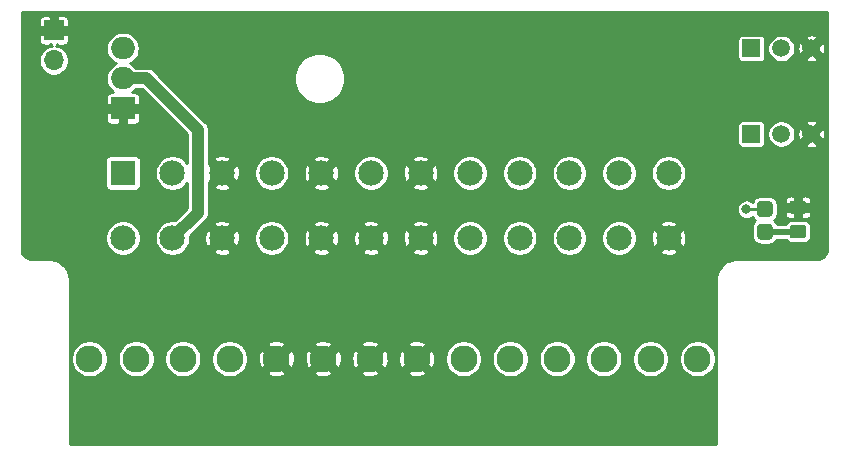
<source format=gbr>
%TF.GenerationSoftware,KiCad,Pcbnew,(5.1.6)-1*%
%TF.CreationDate,2022-09-29T15:02:27-04:00*%
%TF.ProjectId,Amiga-2000-ATX,416d6967-612d-4323-9030-302d4154582e,rev?*%
%TF.SameCoordinates,Original*%
%TF.FileFunction,Copper,L1,Top*%
%TF.FilePolarity,Positive*%
%FSLAX46Y46*%
G04 Gerber Fmt 4.6, Leading zero omitted, Abs format (unit mm)*
G04 Created by KiCad (PCBNEW (5.1.6)-1) date 2022-09-29 15:02:27*
%MOMM*%
%LPD*%
G01*
G04 APERTURE LIST*
%TA.AperFunction,ComponentPad*%
%ADD10C,2.280000*%
%TD*%
%TA.AperFunction,ComponentPad*%
%ADD11R,2.150000X2.150000*%
%TD*%
%TA.AperFunction,ComponentPad*%
%ADD12C,2.150000*%
%TD*%
%TA.AperFunction,ComponentPad*%
%ADD13C,1.500000*%
%TD*%
%TA.AperFunction,ComponentPad*%
%ADD14R,1.500000X1.500000*%
%TD*%
%TA.AperFunction,ComponentPad*%
%ADD15R,1.700000X1.700000*%
%TD*%
%TA.AperFunction,ComponentPad*%
%ADD16O,1.700000X1.700000*%
%TD*%
%TA.AperFunction,ComponentPad*%
%ADD17R,2.000000X1.905000*%
%TD*%
%TA.AperFunction,ComponentPad*%
%ADD18O,2.000000X1.905000*%
%TD*%
%TA.AperFunction,ViaPad*%
%ADD19C,0.800000*%
%TD*%
%TA.AperFunction,Conductor*%
%ADD20C,1.000000*%
%TD*%
%TA.AperFunction,Conductor*%
%ADD21C,0.500000*%
%TD*%
%TA.AperFunction,Conductor*%
%ADD22C,0.250000*%
%TD*%
%TA.AperFunction,Conductor*%
%ADD23C,0.254000*%
%TD*%
G04 APERTURE END LIST*
%TO.P,D1,1*%
%TO.N,Net-(D1-Pad1)*%
%TA.AperFunction,SMDPad,CuDef*%
G36*
G01*
X183661000Y-61769500D02*
X182861000Y-61769500D01*
G75*
G02*
X182611000Y-61519500I0J250000D01*
G01*
X182611000Y-60694500D01*
G75*
G02*
X182861000Y-60444500I250000J0D01*
G01*
X183661000Y-60444500D01*
G75*
G02*
X183911000Y-60694500I0J-250000D01*
G01*
X183911000Y-61519500D01*
G75*
G02*
X183661000Y-61769500I-250000J0D01*
G01*
G37*
%TD.AperFunction*%
%TO.P,D1,2*%
%TO.N,/5V*%
%TA.AperFunction,SMDPad,CuDef*%
G36*
G01*
X183661000Y-59844500D02*
X182861000Y-59844500D01*
G75*
G02*
X182611000Y-59594500I0J250000D01*
G01*
X182611000Y-58769500D01*
G75*
G02*
X182861000Y-58519500I250000J0D01*
G01*
X183661000Y-58519500D01*
G75*
G02*
X183911000Y-58769500I0J-250000D01*
G01*
X183911000Y-59594500D01*
G75*
G02*
X183661000Y-59844500I-250000J0D01*
G01*
G37*
%TD.AperFunction*%
%TD*%
D10*
%TO.P,J1,14*%
%TO.N,Net-(J1-Pad14)*%
X177546000Y-71865001D03*
%TO.P,J1,13*%
%TO.N,/-5V*%
X173586000Y-71865001D03*
%TO.P,J1,12*%
%TO.N,/5V*%
X169626000Y-71865001D03*
%TO.P,J1,11*%
%TO.N,/-12V*%
X165666000Y-71865001D03*
%TO.P,J1,10*%
%TO.N,Net-(J1-Pad10)*%
X161706000Y-71865001D03*
%TO.P,J1,9*%
%TO.N,/12V*%
X157746000Y-71865001D03*
%TO.P,J1,3*%
%TO.N,/5V*%
X133986000Y-71865001D03*
%TO.P,J1,4*%
X137946000Y-71865001D03*
%TO.P,J1,8*%
%TO.N,/GND*%
X153786000Y-71865001D03*
%TO.P,J1,5*%
X141906000Y-71865001D03*
%TO.P,J1,7*%
X149826000Y-71865001D03*
%TO.P,J1,6*%
X145866000Y-71865001D03*
%TO.P,J1,2*%
%TO.N,/5V*%
X130026000Y-71865001D03*
%TO.P,J1,1*%
X126066000Y-71865001D03*
%TD*%
D11*
%TO.P,J2,1*%
%TO.N,/3.3V*%
X128905000Y-56134000D03*
D12*
%TO.P,J2,2*%
X133105000Y-56134000D03*
%TO.P,J2,3*%
%TO.N,/GND*%
X137305000Y-56134000D03*
%TO.P,J2,4*%
%TO.N,/5V*%
X141505000Y-56134000D03*
%TO.P,J2,5*%
%TO.N,/GND*%
X145705000Y-56134000D03*
%TO.P,J2,6*%
%TO.N,/5V*%
X149905000Y-56134000D03*
%TO.P,J2,7*%
%TO.N,/GND*%
X154105000Y-56134000D03*
%TO.P,J2,8*%
%TO.N,/PG*%
X158305000Y-56134000D03*
%TO.P,J2,9*%
%TO.N,/5VSB*%
X162505000Y-56134000D03*
%TO.P,J2,10*%
%TO.N,/12V*%
X166705000Y-56134000D03*
%TO.P,J2,11*%
X170905000Y-56134000D03*
%TO.P,J2,12*%
%TO.N,/3.3V*%
X175105000Y-56134000D03*
%TO.P,J2,13*%
X128905000Y-61634000D03*
%TO.P,J2,14*%
%TO.N,/-12V*%
X133105000Y-61634000D03*
%TO.P,J2,15*%
%TO.N,/GND*%
X137305000Y-61634000D03*
%TO.P,J2,16*%
%TO.N,/PS-ON*%
X141505000Y-61634000D03*
%TO.P,J2,17*%
%TO.N,/GND*%
X145705000Y-61634000D03*
%TO.P,J2,18*%
X149905000Y-61634000D03*
%TO.P,J2,19*%
X154105000Y-61634000D03*
%TO.P,J2,20*%
%TO.N,Net-(J2-Pad20)*%
X158305000Y-61634000D03*
%TO.P,J2,21*%
%TO.N,/5V*%
X162505000Y-61634000D03*
%TO.P,J2,22*%
X166705000Y-61634000D03*
%TO.P,J2,23*%
X170905000Y-61634000D03*
%TO.P,J2,24*%
%TO.N,/GND*%
X175105000Y-61634000D03*
%TD*%
D13*
%TO.P,J3,3*%
%TO.N,/GND*%
X187198000Y-45593000D03*
%TO.P,J3,2*%
%TO.N,/5V*%
X184658000Y-45593000D03*
D14*
%TO.P,J3,1*%
%TO.N,Net-(J3-Pad1)*%
X182118000Y-45593000D03*
%TD*%
%TO.P,J4,1*%
%TO.N,Net-(J4-Pad1)*%
X182118000Y-52832000D03*
D13*
%TO.P,J4,2*%
%TO.N,/12V*%
X184658000Y-52832000D03*
%TO.P,J4,3*%
%TO.N,/GND*%
X187198000Y-52832000D03*
%TD*%
D15*
%TO.P,PWRSW,1*%
%TO.N,/GND*%
X123063000Y-44069000D03*
D16*
%TO.P,PWRSW,2*%
%TO.N,/PS-ON*%
X123063000Y-46609000D03*
%TD*%
%TO.P,R1,1*%
%TO.N,/GND*%
%TA.AperFunction,SMDPad,CuDef*%
G36*
G01*
X185604999Y-58471000D02*
X186505001Y-58471000D01*
G75*
G02*
X186755000Y-58720999I0J-249999D01*
G01*
X186755000Y-59371001D01*
G75*
G02*
X186505001Y-59621000I-249999J0D01*
G01*
X185604999Y-59621000D01*
G75*
G02*
X185355000Y-59371001I0J249999D01*
G01*
X185355000Y-58720999D01*
G75*
G02*
X185604999Y-58471000I249999J0D01*
G01*
G37*
%TD.AperFunction*%
%TO.P,R1,2*%
%TO.N,Net-(D1-Pad1)*%
%TA.AperFunction,SMDPad,CuDef*%
G36*
G01*
X185604999Y-60521000D02*
X186505001Y-60521000D01*
G75*
G02*
X186755000Y-60770999I0J-249999D01*
G01*
X186755000Y-61421001D01*
G75*
G02*
X186505001Y-61671000I-249999J0D01*
G01*
X185604999Y-61671000D01*
G75*
G02*
X185355000Y-61421001I0J249999D01*
G01*
X185355000Y-60770999D01*
G75*
G02*
X185604999Y-60521000I249999J0D01*
G01*
G37*
%TD.AperFunction*%
%TD*%
D17*
%TO.P,U1,1*%
%TO.N,/GND*%
X128905000Y-50673000D03*
D18*
%TO.P,U1,2*%
%TO.N,/-12V*%
X128905000Y-48133000D03*
%TO.P,U1,3*%
%TO.N,/-5V*%
X128905000Y-45593000D03*
%TD*%
D19*
%TO.N,/5V*%
X181700000Y-59200000D03*
%TD*%
D20*
%TO.N,/-12V*%
X130905000Y-48133000D02*
X135255000Y-52483000D01*
X128905000Y-48133000D02*
X130905000Y-48133000D01*
X135255000Y-59484000D02*
X133105000Y-61634000D01*
X135255000Y-52483000D02*
X135255000Y-59484000D01*
D21*
%TO.N,Net-(D1-Pad1)*%
X186044000Y-61107000D02*
X186055000Y-61096000D01*
X183261000Y-61107000D02*
X186044000Y-61107000D01*
D22*
%TO.N,/5V*%
X183261000Y-59182000D02*
X181718000Y-59182000D01*
X181718000Y-59182000D02*
X181700000Y-59200000D01*
%TD*%
D23*
%TO.N,/GND*%
G36*
X188524000Y-62588891D02*
G01*
X188506295Y-62769464D01*
X188460275Y-62921888D01*
X188385523Y-63062476D01*
X188284889Y-63185865D01*
X188162209Y-63287355D01*
X188022151Y-63363084D01*
X187870044Y-63410170D01*
X187690883Y-63429000D01*
X180825795Y-63429000D01*
X180806037Y-63430946D01*
X180798169Y-63430891D01*
X180791888Y-63431507D01*
X180545385Y-63457415D01*
X180505280Y-63465647D01*
X180465012Y-63473329D01*
X180458970Y-63475153D01*
X180222194Y-63548448D01*
X180184391Y-63564339D01*
X180146446Y-63579670D01*
X180140877Y-63582631D01*
X180140872Y-63582633D01*
X180140868Y-63582636D01*
X179922843Y-63700521D01*
X179888889Y-63723423D01*
X179854599Y-63745862D01*
X179849718Y-63749843D01*
X179849710Y-63749849D01*
X179849703Y-63749856D01*
X179658729Y-63907844D01*
X179629864Y-63936910D01*
X179600593Y-63965575D01*
X179596575Y-63970432D01*
X179596569Y-63970438D01*
X179596565Y-63970445D01*
X179439915Y-64162516D01*
X179417239Y-64196646D01*
X179394099Y-64230441D01*
X179391100Y-64235988D01*
X179391097Y-64235992D01*
X179391097Y-64235993D01*
X179274734Y-64454841D01*
X179259117Y-64492731D01*
X179242985Y-64530369D01*
X179241121Y-64536392D01*
X179241118Y-64536399D01*
X179241118Y-64536400D01*
X179169479Y-64773679D01*
X179161518Y-64813883D01*
X179153004Y-64853938D01*
X179152344Y-64860214D01*
X179128157Y-65106893D01*
X179128157Y-65106905D01*
X179126001Y-65128795D01*
X179126000Y-69110204D01*
X179126001Y-69110214D01*
X179126000Y-79050000D01*
X124404000Y-79050000D01*
X124404000Y-71710665D01*
X124499000Y-71710665D01*
X124499000Y-72019337D01*
X124559219Y-72322078D01*
X124677343Y-72607254D01*
X124848832Y-72863905D01*
X125067096Y-73082169D01*
X125323747Y-73253658D01*
X125608923Y-73371782D01*
X125911664Y-73432001D01*
X126220336Y-73432001D01*
X126523077Y-73371782D01*
X126808253Y-73253658D01*
X127064904Y-73082169D01*
X127283168Y-72863905D01*
X127454657Y-72607254D01*
X127572781Y-72322078D01*
X127633000Y-72019337D01*
X127633000Y-71710665D01*
X128459000Y-71710665D01*
X128459000Y-72019337D01*
X128519219Y-72322078D01*
X128637343Y-72607254D01*
X128808832Y-72863905D01*
X129027096Y-73082169D01*
X129283747Y-73253658D01*
X129568923Y-73371782D01*
X129871664Y-73432001D01*
X130180336Y-73432001D01*
X130483077Y-73371782D01*
X130768253Y-73253658D01*
X131024904Y-73082169D01*
X131243168Y-72863905D01*
X131414657Y-72607254D01*
X131532781Y-72322078D01*
X131593000Y-72019337D01*
X131593000Y-71710665D01*
X132419000Y-71710665D01*
X132419000Y-72019337D01*
X132479219Y-72322078D01*
X132597343Y-72607254D01*
X132768832Y-72863905D01*
X132987096Y-73082169D01*
X133243747Y-73253658D01*
X133528923Y-73371782D01*
X133831664Y-73432001D01*
X134140336Y-73432001D01*
X134443077Y-73371782D01*
X134728253Y-73253658D01*
X134984904Y-73082169D01*
X135203168Y-72863905D01*
X135374657Y-72607254D01*
X135492781Y-72322078D01*
X135553000Y-72019337D01*
X135553000Y-71710665D01*
X136379000Y-71710665D01*
X136379000Y-72019337D01*
X136439219Y-72322078D01*
X136557343Y-72607254D01*
X136728832Y-72863905D01*
X136947096Y-73082169D01*
X137203747Y-73253658D01*
X137488923Y-73371782D01*
X137791664Y-73432001D01*
X138100336Y-73432001D01*
X138403077Y-73371782D01*
X138688253Y-73253658D01*
X138944904Y-73082169D01*
X138949228Y-73077845D01*
X141079236Y-73077845D01*
X141215362Y-73280037D01*
X141504693Y-73387584D01*
X141809445Y-73436619D01*
X142117908Y-73425258D01*
X142418227Y-73353937D01*
X142596638Y-73280037D01*
X142732764Y-73077845D01*
X145039236Y-73077845D01*
X145175362Y-73280037D01*
X145464693Y-73387584D01*
X145769445Y-73436619D01*
X146077908Y-73425258D01*
X146378227Y-73353937D01*
X146556638Y-73280037D01*
X146692764Y-73077845D01*
X148999236Y-73077845D01*
X149135362Y-73280037D01*
X149424693Y-73387584D01*
X149729445Y-73436619D01*
X150037908Y-73425258D01*
X150338227Y-73353937D01*
X150516638Y-73280037D01*
X150652764Y-73077845D01*
X152959236Y-73077845D01*
X153095362Y-73280037D01*
X153384693Y-73387584D01*
X153689445Y-73436619D01*
X153997908Y-73425258D01*
X154298227Y-73353937D01*
X154476638Y-73280037D01*
X154612764Y-73077845D01*
X153786000Y-72251081D01*
X152959236Y-73077845D01*
X150652764Y-73077845D01*
X149826000Y-72251081D01*
X148999236Y-73077845D01*
X146692764Y-73077845D01*
X145866000Y-72251081D01*
X145039236Y-73077845D01*
X142732764Y-73077845D01*
X141906000Y-72251081D01*
X141079236Y-73077845D01*
X138949228Y-73077845D01*
X139163168Y-72863905D01*
X139334657Y-72607254D01*
X139452781Y-72322078D01*
X139513000Y-72019337D01*
X139513000Y-71768446D01*
X140334382Y-71768446D01*
X140345743Y-72076909D01*
X140417064Y-72377228D01*
X140490964Y-72555639D01*
X140693156Y-72691765D01*
X141519920Y-71865001D01*
X142292080Y-71865001D01*
X143118844Y-72691765D01*
X143321036Y-72555639D01*
X143428583Y-72266308D01*
X143477618Y-71961556D01*
X143470506Y-71768446D01*
X144294382Y-71768446D01*
X144305743Y-72076909D01*
X144377064Y-72377228D01*
X144450964Y-72555639D01*
X144653156Y-72691765D01*
X145479920Y-71865001D01*
X146252080Y-71865001D01*
X147078844Y-72691765D01*
X147281036Y-72555639D01*
X147388583Y-72266308D01*
X147437618Y-71961556D01*
X147430506Y-71768446D01*
X148254382Y-71768446D01*
X148265743Y-72076909D01*
X148337064Y-72377228D01*
X148410964Y-72555639D01*
X148613156Y-72691765D01*
X149439920Y-71865001D01*
X150212080Y-71865001D01*
X151038844Y-72691765D01*
X151241036Y-72555639D01*
X151348583Y-72266308D01*
X151397618Y-71961556D01*
X151390506Y-71768446D01*
X152214382Y-71768446D01*
X152225743Y-72076909D01*
X152297064Y-72377228D01*
X152370964Y-72555639D01*
X152573156Y-72691765D01*
X153399920Y-71865001D01*
X154172080Y-71865001D01*
X154998844Y-72691765D01*
X155201036Y-72555639D01*
X155308583Y-72266308D01*
X155357618Y-71961556D01*
X155348378Y-71710665D01*
X156179000Y-71710665D01*
X156179000Y-72019337D01*
X156239219Y-72322078D01*
X156357343Y-72607254D01*
X156528832Y-72863905D01*
X156747096Y-73082169D01*
X157003747Y-73253658D01*
X157288923Y-73371782D01*
X157591664Y-73432001D01*
X157900336Y-73432001D01*
X158203077Y-73371782D01*
X158488253Y-73253658D01*
X158744904Y-73082169D01*
X158963168Y-72863905D01*
X159134657Y-72607254D01*
X159252781Y-72322078D01*
X159313000Y-72019337D01*
X159313000Y-71710665D01*
X160139000Y-71710665D01*
X160139000Y-72019337D01*
X160199219Y-72322078D01*
X160317343Y-72607254D01*
X160488832Y-72863905D01*
X160707096Y-73082169D01*
X160963747Y-73253658D01*
X161248923Y-73371782D01*
X161551664Y-73432001D01*
X161860336Y-73432001D01*
X162163077Y-73371782D01*
X162448253Y-73253658D01*
X162704904Y-73082169D01*
X162923168Y-72863905D01*
X163094657Y-72607254D01*
X163212781Y-72322078D01*
X163273000Y-72019337D01*
X163273000Y-71710665D01*
X164099000Y-71710665D01*
X164099000Y-72019337D01*
X164159219Y-72322078D01*
X164277343Y-72607254D01*
X164448832Y-72863905D01*
X164667096Y-73082169D01*
X164923747Y-73253658D01*
X165208923Y-73371782D01*
X165511664Y-73432001D01*
X165820336Y-73432001D01*
X166123077Y-73371782D01*
X166408253Y-73253658D01*
X166664904Y-73082169D01*
X166883168Y-72863905D01*
X167054657Y-72607254D01*
X167172781Y-72322078D01*
X167233000Y-72019337D01*
X167233000Y-71710665D01*
X168059000Y-71710665D01*
X168059000Y-72019337D01*
X168119219Y-72322078D01*
X168237343Y-72607254D01*
X168408832Y-72863905D01*
X168627096Y-73082169D01*
X168883747Y-73253658D01*
X169168923Y-73371782D01*
X169471664Y-73432001D01*
X169780336Y-73432001D01*
X170083077Y-73371782D01*
X170368253Y-73253658D01*
X170624904Y-73082169D01*
X170843168Y-72863905D01*
X171014657Y-72607254D01*
X171132781Y-72322078D01*
X171193000Y-72019337D01*
X171193000Y-71710665D01*
X172019000Y-71710665D01*
X172019000Y-72019337D01*
X172079219Y-72322078D01*
X172197343Y-72607254D01*
X172368832Y-72863905D01*
X172587096Y-73082169D01*
X172843747Y-73253658D01*
X173128923Y-73371782D01*
X173431664Y-73432001D01*
X173740336Y-73432001D01*
X174043077Y-73371782D01*
X174328253Y-73253658D01*
X174584904Y-73082169D01*
X174803168Y-72863905D01*
X174974657Y-72607254D01*
X175092781Y-72322078D01*
X175153000Y-72019337D01*
X175153000Y-71710665D01*
X175979000Y-71710665D01*
X175979000Y-72019337D01*
X176039219Y-72322078D01*
X176157343Y-72607254D01*
X176328832Y-72863905D01*
X176547096Y-73082169D01*
X176803747Y-73253658D01*
X177088923Y-73371782D01*
X177391664Y-73432001D01*
X177700336Y-73432001D01*
X178003077Y-73371782D01*
X178288253Y-73253658D01*
X178544904Y-73082169D01*
X178763168Y-72863905D01*
X178934657Y-72607254D01*
X179052781Y-72322078D01*
X179113000Y-72019337D01*
X179113000Y-71710665D01*
X179052781Y-71407924D01*
X178934657Y-71122748D01*
X178763168Y-70866097D01*
X178544904Y-70647833D01*
X178288253Y-70476344D01*
X178003077Y-70358220D01*
X177700336Y-70298001D01*
X177391664Y-70298001D01*
X177088923Y-70358220D01*
X176803747Y-70476344D01*
X176547096Y-70647833D01*
X176328832Y-70866097D01*
X176157343Y-71122748D01*
X176039219Y-71407924D01*
X175979000Y-71710665D01*
X175153000Y-71710665D01*
X175092781Y-71407924D01*
X174974657Y-71122748D01*
X174803168Y-70866097D01*
X174584904Y-70647833D01*
X174328253Y-70476344D01*
X174043077Y-70358220D01*
X173740336Y-70298001D01*
X173431664Y-70298001D01*
X173128923Y-70358220D01*
X172843747Y-70476344D01*
X172587096Y-70647833D01*
X172368832Y-70866097D01*
X172197343Y-71122748D01*
X172079219Y-71407924D01*
X172019000Y-71710665D01*
X171193000Y-71710665D01*
X171132781Y-71407924D01*
X171014657Y-71122748D01*
X170843168Y-70866097D01*
X170624904Y-70647833D01*
X170368253Y-70476344D01*
X170083077Y-70358220D01*
X169780336Y-70298001D01*
X169471664Y-70298001D01*
X169168923Y-70358220D01*
X168883747Y-70476344D01*
X168627096Y-70647833D01*
X168408832Y-70866097D01*
X168237343Y-71122748D01*
X168119219Y-71407924D01*
X168059000Y-71710665D01*
X167233000Y-71710665D01*
X167172781Y-71407924D01*
X167054657Y-71122748D01*
X166883168Y-70866097D01*
X166664904Y-70647833D01*
X166408253Y-70476344D01*
X166123077Y-70358220D01*
X165820336Y-70298001D01*
X165511664Y-70298001D01*
X165208923Y-70358220D01*
X164923747Y-70476344D01*
X164667096Y-70647833D01*
X164448832Y-70866097D01*
X164277343Y-71122748D01*
X164159219Y-71407924D01*
X164099000Y-71710665D01*
X163273000Y-71710665D01*
X163212781Y-71407924D01*
X163094657Y-71122748D01*
X162923168Y-70866097D01*
X162704904Y-70647833D01*
X162448253Y-70476344D01*
X162163077Y-70358220D01*
X161860336Y-70298001D01*
X161551664Y-70298001D01*
X161248923Y-70358220D01*
X160963747Y-70476344D01*
X160707096Y-70647833D01*
X160488832Y-70866097D01*
X160317343Y-71122748D01*
X160199219Y-71407924D01*
X160139000Y-71710665D01*
X159313000Y-71710665D01*
X159252781Y-71407924D01*
X159134657Y-71122748D01*
X158963168Y-70866097D01*
X158744904Y-70647833D01*
X158488253Y-70476344D01*
X158203077Y-70358220D01*
X157900336Y-70298001D01*
X157591664Y-70298001D01*
X157288923Y-70358220D01*
X157003747Y-70476344D01*
X156747096Y-70647833D01*
X156528832Y-70866097D01*
X156357343Y-71122748D01*
X156239219Y-71407924D01*
X156179000Y-71710665D01*
X155348378Y-71710665D01*
X155346257Y-71653093D01*
X155274936Y-71352774D01*
X155201036Y-71174363D01*
X154998844Y-71038237D01*
X154172080Y-71865001D01*
X153399920Y-71865001D01*
X152573156Y-71038237D01*
X152370964Y-71174363D01*
X152263417Y-71463694D01*
X152214382Y-71768446D01*
X151390506Y-71768446D01*
X151386257Y-71653093D01*
X151314936Y-71352774D01*
X151241036Y-71174363D01*
X151038844Y-71038237D01*
X150212080Y-71865001D01*
X149439920Y-71865001D01*
X148613156Y-71038237D01*
X148410964Y-71174363D01*
X148303417Y-71463694D01*
X148254382Y-71768446D01*
X147430506Y-71768446D01*
X147426257Y-71653093D01*
X147354936Y-71352774D01*
X147281036Y-71174363D01*
X147078844Y-71038237D01*
X146252080Y-71865001D01*
X145479920Y-71865001D01*
X144653156Y-71038237D01*
X144450964Y-71174363D01*
X144343417Y-71463694D01*
X144294382Y-71768446D01*
X143470506Y-71768446D01*
X143466257Y-71653093D01*
X143394936Y-71352774D01*
X143321036Y-71174363D01*
X143118844Y-71038237D01*
X142292080Y-71865001D01*
X141519920Y-71865001D01*
X140693156Y-71038237D01*
X140490964Y-71174363D01*
X140383417Y-71463694D01*
X140334382Y-71768446D01*
X139513000Y-71768446D01*
X139513000Y-71710665D01*
X139452781Y-71407924D01*
X139334657Y-71122748D01*
X139163168Y-70866097D01*
X138949228Y-70652157D01*
X141079236Y-70652157D01*
X141906000Y-71478921D01*
X142732764Y-70652157D01*
X145039236Y-70652157D01*
X145866000Y-71478921D01*
X146692764Y-70652157D01*
X148999236Y-70652157D01*
X149826000Y-71478921D01*
X150652764Y-70652157D01*
X152959236Y-70652157D01*
X153786000Y-71478921D01*
X154612764Y-70652157D01*
X154476638Y-70449965D01*
X154187307Y-70342418D01*
X153882555Y-70293383D01*
X153574092Y-70304744D01*
X153273773Y-70376065D01*
X153095362Y-70449965D01*
X152959236Y-70652157D01*
X150652764Y-70652157D01*
X150516638Y-70449965D01*
X150227307Y-70342418D01*
X149922555Y-70293383D01*
X149614092Y-70304744D01*
X149313773Y-70376065D01*
X149135362Y-70449965D01*
X148999236Y-70652157D01*
X146692764Y-70652157D01*
X146556638Y-70449965D01*
X146267307Y-70342418D01*
X145962555Y-70293383D01*
X145654092Y-70304744D01*
X145353773Y-70376065D01*
X145175362Y-70449965D01*
X145039236Y-70652157D01*
X142732764Y-70652157D01*
X142596638Y-70449965D01*
X142307307Y-70342418D01*
X142002555Y-70293383D01*
X141694092Y-70304744D01*
X141393773Y-70376065D01*
X141215362Y-70449965D01*
X141079236Y-70652157D01*
X138949228Y-70652157D01*
X138944904Y-70647833D01*
X138688253Y-70476344D01*
X138403077Y-70358220D01*
X138100336Y-70298001D01*
X137791664Y-70298001D01*
X137488923Y-70358220D01*
X137203747Y-70476344D01*
X136947096Y-70647833D01*
X136728832Y-70866097D01*
X136557343Y-71122748D01*
X136439219Y-71407924D01*
X136379000Y-71710665D01*
X135553000Y-71710665D01*
X135492781Y-71407924D01*
X135374657Y-71122748D01*
X135203168Y-70866097D01*
X134984904Y-70647833D01*
X134728253Y-70476344D01*
X134443077Y-70358220D01*
X134140336Y-70298001D01*
X133831664Y-70298001D01*
X133528923Y-70358220D01*
X133243747Y-70476344D01*
X132987096Y-70647833D01*
X132768832Y-70866097D01*
X132597343Y-71122748D01*
X132479219Y-71407924D01*
X132419000Y-71710665D01*
X131593000Y-71710665D01*
X131532781Y-71407924D01*
X131414657Y-71122748D01*
X131243168Y-70866097D01*
X131024904Y-70647833D01*
X130768253Y-70476344D01*
X130483077Y-70358220D01*
X130180336Y-70298001D01*
X129871664Y-70298001D01*
X129568923Y-70358220D01*
X129283747Y-70476344D01*
X129027096Y-70647833D01*
X128808832Y-70866097D01*
X128637343Y-71122748D01*
X128519219Y-71407924D01*
X128459000Y-71710665D01*
X127633000Y-71710665D01*
X127572781Y-71407924D01*
X127454657Y-71122748D01*
X127283168Y-70866097D01*
X127064904Y-70647833D01*
X126808253Y-70476344D01*
X126523077Y-70358220D01*
X126220336Y-70298001D01*
X125911664Y-70298001D01*
X125608923Y-70358220D01*
X125323747Y-70476344D01*
X125067096Y-70647833D01*
X124848832Y-70866097D01*
X124677343Y-71122748D01*
X124559219Y-71407924D01*
X124499000Y-71710665D01*
X124404000Y-71710665D01*
X124404000Y-65128795D01*
X124402054Y-65109037D01*
X124402109Y-65101169D01*
X124401493Y-65094888D01*
X124375585Y-64848385D01*
X124367353Y-64808280D01*
X124359671Y-64768012D01*
X124357847Y-64761970D01*
X124284552Y-64525194D01*
X124268661Y-64487391D01*
X124253330Y-64449446D01*
X124250367Y-64443873D01*
X124250367Y-64443872D01*
X124250364Y-64443868D01*
X124132479Y-64225843D01*
X124109577Y-64191889D01*
X124087138Y-64157599D01*
X124083157Y-64152718D01*
X124083151Y-64152710D01*
X124083144Y-64152703D01*
X123925156Y-63961729D01*
X123896090Y-63932864D01*
X123867425Y-63903593D01*
X123862568Y-63899575D01*
X123862562Y-63899569D01*
X123862555Y-63899565D01*
X123670484Y-63742915D01*
X123636354Y-63720239D01*
X123602559Y-63697099D01*
X123597012Y-63694100D01*
X123597008Y-63694097D01*
X123597004Y-63694095D01*
X123378159Y-63577734D01*
X123340269Y-63562117D01*
X123302631Y-63545985D01*
X123296608Y-63544121D01*
X123296601Y-63544118D01*
X123296594Y-63544117D01*
X123059321Y-63472479D01*
X123019117Y-63464518D01*
X122979062Y-63456004D01*
X122972788Y-63455344D01*
X122972786Y-63455344D01*
X122726107Y-63431157D01*
X122726105Y-63431157D01*
X122704205Y-63429000D01*
X121180109Y-63429000D01*
X120999536Y-63411295D01*
X120847112Y-63365275D01*
X120706524Y-63290523D01*
X120583135Y-63189889D01*
X120481645Y-63067209D01*
X120405916Y-62927151D01*
X120358830Y-62775044D01*
X120340000Y-62595883D01*
X120340000Y-61486066D01*
X127403000Y-61486066D01*
X127403000Y-61781934D01*
X127460721Y-62072117D01*
X127573944Y-62345464D01*
X127738320Y-62591469D01*
X127947531Y-62800680D01*
X128193536Y-62965056D01*
X128466883Y-63078279D01*
X128757066Y-63136000D01*
X129052934Y-63136000D01*
X129343117Y-63078279D01*
X129616464Y-62965056D01*
X129862469Y-62800680D01*
X130071680Y-62591469D01*
X130236056Y-62345464D01*
X130349279Y-62072117D01*
X130407000Y-61781934D01*
X130407000Y-61486066D01*
X130349279Y-61195883D01*
X130236056Y-60922536D01*
X130071680Y-60676531D01*
X129862469Y-60467320D01*
X129616464Y-60302944D01*
X129343117Y-60189721D01*
X129052934Y-60132000D01*
X128757066Y-60132000D01*
X128466883Y-60189721D01*
X128193536Y-60302944D01*
X127947531Y-60467320D01*
X127738320Y-60676531D01*
X127573944Y-60922536D01*
X127460721Y-61195883D01*
X127403000Y-61486066D01*
X120340000Y-61486066D01*
X120340000Y-55059000D01*
X127400934Y-55059000D01*
X127400934Y-57209000D01*
X127409178Y-57292707D01*
X127433595Y-57373196D01*
X127473245Y-57447376D01*
X127526605Y-57512395D01*
X127591624Y-57565755D01*
X127665804Y-57605405D01*
X127746293Y-57629822D01*
X127830000Y-57638066D01*
X129980000Y-57638066D01*
X130063707Y-57629822D01*
X130144196Y-57605405D01*
X130218376Y-57565755D01*
X130283395Y-57512395D01*
X130336755Y-57447376D01*
X130376405Y-57373196D01*
X130400822Y-57292707D01*
X130409066Y-57209000D01*
X130409066Y-55059000D01*
X130400822Y-54975293D01*
X130376405Y-54894804D01*
X130336755Y-54820624D01*
X130283395Y-54755605D01*
X130218376Y-54702245D01*
X130144196Y-54662595D01*
X130063707Y-54638178D01*
X129980000Y-54629934D01*
X127830000Y-54629934D01*
X127746293Y-54638178D01*
X127665804Y-54662595D01*
X127591624Y-54702245D01*
X127526605Y-54755605D01*
X127473245Y-54820624D01*
X127433595Y-54894804D01*
X127409178Y-54975293D01*
X127400934Y-55059000D01*
X120340000Y-55059000D01*
X120340000Y-51625500D01*
X127475934Y-51625500D01*
X127484178Y-51709207D01*
X127508595Y-51789696D01*
X127548245Y-51863876D01*
X127601605Y-51928895D01*
X127666624Y-51982255D01*
X127740804Y-52021905D01*
X127821293Y-52046322D01*
X127905000Y-52054566D01*
X128525250Y-52052500D01*
X128632000Y-51945750D01*
X128632000Y-50946000D01*
X129178000Y-50946000D01*
X129178000Y-51945750D01*
X129284750Y-52052500D01*
X129905000Y-52054566D01*
X129988707Y-52046322D01*
X130069196Y-52021905D01*
X130143376Y-51982255D01*
X130208395Y-51928895D01*
X130261755Y-51863876D01*
X130301405Y-51789696D01*
X130325822Y-51709207D01*
X130334066Y-51625500D01*
X130332000Y-51052750D01*
X130225250Y-50946000D01*
X129178000Y-50946000D01*
X128632000Y-50946000D01*
X127584750Y-50946000D01*
X127478000Y-51052750D01*
X127475934Y-51625500D01*
X120340000Y-51625500D01*
X120340000Y-44919000D01*
X121783934Y-44919000D01*
X121792178Y-45002707D01*
X121816595Y-45083196D01*
X121856245Y-45157376D01*
X121909605Y-45222395D01*
X121974624Y-45275755D01*
X122048804Y-45315405D01*
X122129293Y-45339822D01*
X122213000Y-45348066D01*
X122683250Y-45346000D01*
X122789998Y-45239252D01*
X122789998Y-45346000D01*
X122866843Y-45346000D01*
X122690513Y-45381074D01*
X122458114Y-45477337D01*
X122248960Y-45617089D01*
X122071089Y-45794960D01*
X121931337Y-46004114D01*
X121835074Y-46236513D01*
X121786000Y-46483226D01*
X121786000Y-46734774D01*
X121835074Y-46981487D01*
X121931337Y-47213886D01*
X122071089Y-47423040D01*
X122248960Y-47600911D01*
X122458114Y-47740663D01*
X122690513Y-47836926D01*
X122937226Y-47886000D01*
X123188774Y-47886000D01*
X123435487Y-47836926D01*
X123667886Y-47740663D01*
X123877040Y-47600911D01*
X124054911Y-47423040D01*
X124194663Y-47213886D01*
X124290926Y-46981487D01*
X124340000Y-46734774D01*
X124340000Y-46483226D01*
X124290926Y-46236513D01*
X124194663Y-46004114D01*
X124054911Y-45794960D01*
X123877040Y-45617089D01*
X123840989Y-45593000D01*
X127471326Y-45593000D01*
X127497961Y-45863429D01*
X127576842Y-46123466D01*
X127704938Y-46363117D01*
X127877327Y-46573173D01*
X128087383Y-46745562D01*
X128307094Y-46863000D01*
X128087383Y-46980438D01*
X127877327Y-47152827D01*
X127704938Y-47362883D01*
X127576842Y-47602534D01*
X127497961Y-47862571D01*
X127471326Y-48133000D01*
X127497961Y-48403429D01*
X127576842Y-48663466D01*
X127704938Y-48903117D01*
X127877327Y-49113173D01*
X128087383Y-49285562D01*
X128099581Y-49292082D01*
X127905000Y-49291434D01*
X127821293Y-49299678D01*
X127740804Y-49324095D01*
X127666624Y-49363745D01*
X127601605Y-49417105D01*
X127548245Y-49482124D01*
X127508595Y-49556304D01*
X127484178Y-49636793D01*
X127475934Y-49720500D01*
X127478000Y-50293250D01*
X127584750Y-50400000D01*
X128632000Y-50400000D01*
X128632000Y-50380000D01*
X129178000Y-50380000D01*
X129178000Y-50400000D01*
X130225250Y-50400000D01*
X130332000Y-50293250D01*
X130334066Y-49720500D01*
X130325822Y-49636793D01*
X130301405Y-49556304D01*
X130261755Y-49482124D01*
X130208395Y-49417105D01*
X130143376Y-49363745D01*
X130069196Y-49324095D01*
X129988707Y-49299678D01*
X129905000Y-49291434D01*
X129710419Y-49292082D01*
X129722617Y-49285562D01*
X129932673Y-49113173D01*
X129976311Y-49060000D01*
X130521025Y-49060000D01*
X134328000Y-52866976D01*
X134328000Y-55260820D01*
X134271680Y-55176531D01*
X134062469Y-54967320D01*
X133816464Y-54802944D01*
X133543117Y-54689721D01*
X133252934Y-54632000D01*
X132957066Y-54632000D01*
X132666883Y-54689721D01*
X132393536Y-54802944D01*
X132147531Y-54967320D01*
X131938320Y-55176531D01*
X131773944Y-55422536D01*
X131660721Y-55695883D01*
X131603000Y-55986066D01*
X131603000Y-56281934D01*
X131660721Y-56572117D01*
X131773944Y-56845464D01*
X131938320Y-57091469D01*
X132147531Y-57300680D01*
X132393536Y-57465056D01*
X132666883Y-57578279D01*
X132957066Y-57636000D01*
X133252934Y-57636000D01*
X133543117Y-57578279D01*
X133816464Y-57465056D01*
X134062469Y-57300680D01*
X134271680Y-57091469D01*
X134328001Y-57007180D01*
X134328001Y-59100023D01*
X133288875Y-60139149D01*
X133252934Y-60132000D01*
X132957066Y-60132000D01*
X132666883Y-60189721D01*
X132393536Y-60302944D01*
X132147531Y-60467320D01*
X131938320Y-60676531D01*
X131773944Y-60922536D01*
X131660721Y-61195883D01*
X131603000Y-61486066D01*
X131603000Y-61781934D01*
X131660721Y-62072117D01*
X131773944Y-62345464D01*
X131938320Y-62591469D01*
X132147531Y-62800680D01*
X132393536Y-62965056D01*
X132666883Y-63078279D01*
X132957066Y-63136000D01*
X133252934Y-63136000D01*
X133543117Y-63078279D01*
X133816464Y-62965056D01*
X134062469Y-62800680D01*
X134063348Y-62799801D01*
X136525279Y-62799801D01*
X136653370Y-62995347D01*
X136931476Y-63096317D01*
X137223937Y-63141089D01*
X137519514Y-63127946D01*
X137806846Y-63057390D01*
X137956630Y-62995347D01*
X138084721Y-62799801D01*
X137305000Y-62020080D01*
X136525279Y-62799801D01*
X134063348Y-62799801D01*
X134271680Y-62591469D01*
X134436056Y-62345464D01*
X134549279Y-62072117D01*
X134607000Y-61781934D01*
X134607000Y-61552937D01*
X135797911Y-61552937D01*
X135811054Y-61848514D01*
X135881610Y-62135846D01*
X135943653Y-62285630D01*
X136139199Y-62413721D01*
X136918920Y-61634000D01*
X137691080Y-61634000D01*
X138470801Y-62413721D01*
X138666347Y-62285630D01*
X138767317Y-62007524D01*
X138812089Y-61715063D01*
X138801907Y-61486066D01*
X140003000Y-61486066D01*
X140003000Y-61781934D01*
X140060721Y-62072117D01*
X140173944Y-62345464D01*
X140338320Y-62591469D01*
X140547531Y-62800680D01*
X140793536Y-62965056D01*
X141066883Y-63078279D01*
X141357066Y-63136000D01*
X141652934Y-63136000D01*
X141943117Y-63078279D01*
X142216464Y-62965056D01*
X142462469Y-62800680D01*
X142463348Y-62799801D01*
X144925279Y-62799801D01*
X145053370Y-62995347D01*
X145331476Y-63096317D01*
X145623937Y-63141089D01*
X145919514Y-63127946D01*
X146206846Y-63057390D01*
X146356630Y-62995347D01*
X146484721Y-62799801D01*
X149125279Y-62799801D01*
X149253370Y-62995347D01*
X149531476Y-63096317D01*
X149823937Y-63141089D01*
X150119514Y-63127946D01*
X150406846Y-63057390D01*
X150556630Y-62995347D01*
X150684721Y-62799801D01*
X153325279Y-62799801D01*
X153453370Y-62995347D01*
X153731476Y-63096317D01*
X154023937Y-63141089D01*
X154319514Y-63127946D01*
X154606846Y-63057390D01*
X154756630Y-62995347D01*
X154884721Y-62799801D01*
X154105000Y-62020080D01*
X153325279Y-62799801D01*
X150684721Y-62799801D01*
X149905000Y-62020080D01*
X149125279Y-62799801D01*
X146484721Y-62799801D01*
X145705000Y-62020080D01*
X144925279Y-62799801D01*
X142463348Y-62799801D01*
X142671680Y-62591469D01*
X142836056Y-62345464D01*
X142949279Y-62072117D01*
X143007000Y-61781934D01*
X143007000Y-61552937D01*
X144197911Y-61552937D01*
X144211054Y-61848514D01*
X144281610Y-62135846D01*
X144343653Y-62285630D01*
X144539199Y-62413721D01*
X145318920Y-61634000D01*
X146091080Y-61634000D01*
X146870801Y-62413721D01*
X147066347Y-62285630D01*
X147167317Y-62007524D01*
X147212089Y-61715063D01*
X147204880Y-61552937D01*
X148397911Y-61552937D01*
X148411054Y-61848514D01*
X148481610Y-62135846D01*
X148543653Y-62285630D01*
X148739199Y-62413721D01*
X149518920Y-61634000D01*
X150291080Y-61634000D01*
X151070801Y-62413721D01*
X151266347Y-62285630D01*
X151367317Y-62007524D01*
X151412089Y-61715063D01*
X151404880Y-61552937D01*
X152597911Y-61552937D01*
X152611054Y-61848514D01*
X152681610Y-62135846D01*
X152743653Y-62285630D01*
X152939199Y-62413721D01*
X153718920Y-61634000D01*
X154491080Y-61634000D01*
X155270801Y-62413721D01*
X155466347Y-62285630D01*
X155567317Y-62007524D01*
X155612089Y-61715063D01*
X155601907Y-61486066D01*
X156803000Y-61486066D01*
X156803000Y-61781934D01*
X156860721Y-62072117D01*
X156973944Y-62345464D01*
X157138320Y-62591469D01*
X157347531Y-62800680D01*
X157593536Y-62965056D01*
X157866883Y-63078279D01*
X158157066Y-63136000D01*
X158452934Y-63136000D01*
X158743117Y-63078279D01*
X159016464Y-62965056D01*
X159262469Y-62800680D01*
X159471680Y-62591469D01*
X159636056Y-62345464D01*
X159749279Y-62072117D01*
X159807000Y-61781934D01*
X159807000Y-61486066D01*
X161003000Y-61486066D01*
X161003000Y-61781934D01*
X161060721Y-62072117D01*
X161173944Y-62345464D01*
X161338320Y-62591469D01*
X161547531Y-62800680D01*
X161793536Y-62965056D01*
X162066883Y-63078279D01*
X162357066Y-63136000D01*
X162652934Y-63136000D01*
X162943117Y-63078279D01*
X163216464Y-62965056D01*
X163462469Y-62800680D01*
X163671680Y-62591469D01*
X163836056Y-62345464D01*
X163949279Y-62072117D01*
X164007000Y-61781934D01*
X164007000Y-61486066D01*
X165203000Y-61486066D01*
X165203000Y-61781934D01*
X165260721Y-62072117D01*
X165373944Y-62345464D01*
X165538320Y-62591469D01*
X165747531Y-62800680D01*
X165993536Y-62965056D01*
X166266883Y-63078279D01*
X166557066Y-63136000D01*
X166852934Y-63136000D01*
X167143117Y-63078279D01*
X167416464Y-62965056D01*
X167662469Y-62800680D01*
X167871680Y-62591469D01*
X168036056Y-62345464D01*
X168149279Y-62072117D01*
X168207000Y-61781934D01*
X168207000Y-61486066D01*
X169403000Y-61486066D01*
X169403000Y-61781934D01*
X169460721Y-62072117D01*
X169573944Y-62345464D01*
X169738320Y-62591469D01*
X169947531Y-62800680D01*
X170193536Y-62965056D01*
X170466883Y-63078279D01*
X170757066Y-63136000D01*
X171052934Y-63136000D01*
X171343117Y-63078279D01*
X171616464Y-62965056D01*
X171862469Y-62800680D01*
X171863348Y-62799801D01*
X174325279Y-62799801D01*
X174453370Y-62995347D01*
X174731476Y-63096317D01*
X175023937Y-63141089D01*
X175319514Y-63127946D01*
X175606846Y-63057390D01*
X175756630Y-62995347D01*
X175884721Y-62799801D01*
X175105000Y-62020080D01*
X174325279Y-62799801D01*
X171863348Y-62799801D01*
X172071680Y-62591469D01*
X172236056Y-62345464D01*
X172349279Y-62072117D01*
X172407000Y-61781934D01*
X172407000Y-61552937D01*
X173597911Y-61552937D01*
X173611054Y-61848514D01*
X173681610Y-62135846D01*
X173743653Y-62285630D01*
X173939199Y-62413721D01*
X174718920Y-61634000D01*
X175491080Y-61634000D01*
X176270801Y-62413721D01*
X176466347Y-62285630D01*
X176567317Y-62007524D01*
X176612089Y-61715063D01*
X176598946Y-61419486D01*
X176528390Y-61132154D01*
X176466347Y-60982370D01*
X176270801Y-60854279D01*
X175491080Y-61634000D01*
X174718920Y-61634000D01*
X173939199Y-60854279D01*
X173743653Y-60982370D01*
X173642683Y-61260476D01*
X173597911Y-61552937D01*
X172407000Y-61552937D01*
X172407000Y-61486066D01*
X172349279Y-61195883D01*
X172236056Y-60922536D01*
X172071680Y-60676531D01*
X171863348Y-60468199D01*
X174325279Y-60468199D01*
X175105000Y-61247920D01*
X175884721Y-60468199D01*
X175756630Y-60272653D01*
X175478524Y-60171683D01*
X175186063Y-60126911D01*
X174890486Y-60140054D01*
X174603154Y-60210610D01*
X174453370Y-60272653D01*
X174325279Y-60468199D01*
X171863348Y-60468199D01*
X171862469Y-60467320D01*
X171616464Y-60302944D01*
X171343117Y-60189721D01*
X171052934Y-60132000D01*
X170757066Y-60132000D01*
X170466883Y-60189721D01*
X170193536Y-60302944D01*
X169947531Y-60467320D01*
X169738320Y-60676531D01*
X169573944Y-60922536D01*
X169460721Y-61195883D01*
X169403000Y-61486066D01*
X168207000Y-61486066D01*
X168149279Y-61195883D01*
X168036056Y-60922536D01*
X167871680Y-60676531D01*
X167662469Y-60467320D01*
X167416464Y-60302944D01*
X167143117Y-60189721D01*
X166852934Y-60132000D01*
X166557066Y-60132000D01*
X166266883Y-60189721D01*
X165993536Y-60302944D01*
X165747531Y-60467320D01*
X165538320Y-60676531D01*
X165373944Y-60922536D01*
X165260721Y-61195883D01*
X165203000Y-61486066D01*
X164007000Y-61486066D01*
X163949279Y-61195883D01*
X163836056Y-60922536D01*
X163671680Y-60676531D01*
X163462469Y-60467320D01*
X163216464Y-60302944D01*
X162943117Y-60189721D01*
X162652934Y-60132000D01*
X162357066Y-60132000D01*
X162066883Y-60189721D01*
X161793536Y-60302944D01*
X161547531Y-60467320D01*
X161338320Y-60676531D01*
X161173944Y-60922536D01*
X161060721Y-61195883D01*
X161003000Y-61486066D01*
X159807000Y-61486066D01*
X159749279Y-61195883D01*
X159636056Y-60922536D01*
X159471680Y-60676531D01*
X159262469Y-60467320D01*
X159016464Y-60302944D01*
X158743117Y-60189721D01*
X158452934Y-60132000D01*
X158157066Y-60132000D01*
X157866883Y-60189721D01*
X157593536Y-60302944D01*
X157347531Y-60467320D01*
X157138320Y-60676531D01*
X156973944Y-60922536D01*
X156860721Y-61195883D01*
X156803000Y-61486066D01*
X155601907Y-61486066D01*
X155598946Y-61419486D01*
X155528390Y-61132154D01*
X155466347Y-60982370D01*
X155270801Y-60854279D01*
X154491080Y-61634000D01*
X153718920Y-61634000D01*
X152939199Y-60854279D01*
X152743653Y-60982370D01*
X152642683Y-61260476D01*
X152597911Y-61552937D01*
X151404880Y-61552937D01*
X151398946Y-61419486D01*
X151328390Y-61132154D01*
X151266347Y-60982370D01*
X151070801Y-60854279D01*
X150291080Y-61634000D01*
X149518920Y-61634000D01*
X148739199Y-60854279D01*
X148543653Y-60982370D01*
X148442683Y-61260476D01*
X148397911Y-61552937D01*
X147204880Y-61552937D01*
X147198946Y-61419486D01*
X147128390Y-61132154D01*
X147066347Y-60982370D01*
X146870801Y-60854279D01*
X146091080Y-61634000D01*
X145318920Y-61634000D01*
X144539199Y-60854279D01*
X144343653Y-60982370D01*
X144242683Y-61260476D01*
X144197911Y-61552937D01*
X143007000Y-61552937D01*
X143007000Y-61486066D01*
X142949279Y-61195883D01*
X142836056Y-60922536D01*
X142671680Y-60676531D01*
X142463348Y-60468199D01*
X144925279Y-60468199D01*
X145705000Y-61247920D01*
X146484721Y-60468199D01*
X149125279Y-60468199D01*
X149905000Y-61247920D01*
X150684721Y-60468199D01*
X153325279Y-60468199D01*
X154105000Y-61247920D01*
X154884721Y-60468199D01*
X154756630Y-60272653D01*
X154478524Y-60171683D01*
X154186063Y-60126911D01*
X153890486Y-60140054D01*
X153603154Y-60210610D01*
X153453370Y-60272653D01*
X153325279Y-60468199D01*
X150684721Y-60468199D01*
X150556630Y-60272653D01*
X150278524Y-60171683D01*
X149986063Y-60126911D01*
X149690486Y-60140054D01*
X149403154Y-60210610D01*
X149253370Y-60272653D01*
X149125279Y-60468199D01*
X146484721Y-60468199D01*
X146356630Y-60272653D01*
X146078524Y-60171683D01*
X145786063Y-60126911D01*
X145490486Y-60140054D01*
X145203154Y-60210610D01*
X145053370Y-60272653D01*
X144925279Y-60468199D01*
X142463348Y-60468199D01*
X142462469Y-60467320D01*
X142216464Y-60302944D01*
X141943117Y-60189721D01*
X141652934Y-60132000D01*
X141357066Y-60132000D01*
X141066883Y-60189721D01*
X140793536Y-60302944D01*
X140547531Y-60467320D01*
X140338320Y-60676531D01*
X140173944Y-60922536D01*
X140060721Y-61195883D01*
X140003000Y-61486066D01*
X138801907Y-61486066D01*
X138798946Y-61419486D01*
X138728390Y-61132154D01*
X138666347Y-60982370D01*
X138470801Y-60854279D01*
X137691080Y-61634000D01*
X136918920Y-61634000D01*
X136139199Y-60854279D01*
X135943653Y-60982370D01*
X135842683Y-61260476D01*
X135797911Y-61552937D01*
X134607000Y-61552937D01*
X134607000Y-61486066D01*
X134599851Y-61450125D01*
X135581777Y-60468199D01*
X136525279Y-60468199D01*
X137305000Y-61247920D01*
X138084721Y-60468199D01*
X137956630Y-60272653D01*
X137678524Y-60171683D01*
X137386063Y-60126911D01*
X137090486Y-60140054D01*
X136803154Y-60210610D01*
X136653370Y-60272653D01*
X136525279Y-60468199D01*
X135581777Y-60468199D01*
X135878293Y-60171683D01*
X135913659Y-60142659D01*
X135942684Y-60107292D01*
X135942688Y-60107288D01*
X136029501Y-60001506D01*
X136066184Y-59932877D01*
X136115580Y-59840464D01*
X136168587Y-59665724D01*
X136182000Y-59529538D01*
X136182000Y-59529528D01*
X136186484Y-59484001D01*
X136182000Y-59438474D01*
X136182000Y-59118548D01*
X180873000Y-59118548D01*
X180873000Y-59281452D01*
X180904782Y-59441227D01*
X180967123Y-59591731D01*
X181057628Y-59727181D01*
X181172819Y-59842372D01*
X181308269Y-59932877D01*
X181458773Y-59995218D01*
X181618548Y-60027000D01*
X181781452Y-60027000D01*
X181941227Y-59995218D01*
X182091731Y-59932877D01*
X182227181Y-59842372D01*
X182229333Y-59840220D01*
X182233625Y-59854367D01*
X182296377Y-59971769D01*
X182380828Y-60074672D01*
X182465913Y-60144500D01*
X182380828Y-60214328D01*
X182296377Y-60317231D01*
X182233625Y-60434633D01*
X182194982Y-60562021D01*
X182181934Y-60694500D01*
X182181934Y-61519500D01*
X182194982Y-61651979D01*
X182233625Y-61779367D01*
X182296377Y-61896769D01*
X182380828Y-61999672D01*
X182483731Y-62084123D01*
X182601133Y-62146875D01*
X182728521Y-62185518D01*
X182861000Y-62198566D01*
X183661000Y-62198566D01*
X183793479Y-62185518D01*
X183920867Y-62146875D01*
X184038269Y-62084123D01*
X184141172Y-61999672D01*
X184225623Y-61896769D01*
X184285899Y-61784000D01*
X185032750Y-61784000D01*
X185040377Y-61798269D01*
X185124828Y-61901172D01*
X185227731Y-61985623D01*
X185345132Y-62048375D01*
X185472520Y-62087018D01*
X185604999Y-62100066D01*
X186505001Y-62100066D01*
X186637480Y-62087018D01*
X186764868Y-62048375D01*
X186882269Y-61985623D01*
X186985172Y-61901172D01*
X187069623Y-61798269D01*
X187132375Y-61680868D01*
X187171018Y-61553480D01*
X187184066Y-61421001D01*
X187184066Y-60770999D01*
X187171018Y-60638520D01*
X187132375Y-60511132D01*
X187069623Y-60393731D01*
X186985172Y-60290828D01*
X186882269Y-60206377D01*
X186764868Y-60143625D01*
X186637480Y-60104982D01*
X186505001Y-60091934D01*
X185604999Y-60091934D01*
X185472520Y-60104982D01*
X185345132Y-60143625D01*
X185227731Y-60206377D01*
X185124828Y-60290828D01*
X185040377Y-60393731D01*
X185020991Y-60430000D01*
X184285899Y-60430000D01*
X184225623Y-60317231D01*
X184141172Y-60214328D01*
X184056087Y-60144500D01*
X184141172Y-60074672D01*
X184225623Y-59971769D01*
X184288375Y-59854367D01*
X184327018Y-59726979D01*
X184337455Y-59621000D01*
X184925934Y-59621000D01*
X184934178Y-59704707D01*
X184958595Y-59785196D01*
X184998245Y-59859376D01*
X185051605Y-59924395D01*
X185116624Y-59977755D01*
X185190804Y-60017405D01*
X185271293Y-60041822D01*
X185355000Y-60050066D01*
X185675250Y-60048000D01*
X185782000Y-59941250D01*
X185782000Y-59319000D01*
X186328000Y-59319000D01*
X186328000Y-59941250D01*
X186434750Y-60048000D01*
X186755000Y-60050066D01*
X186838707Y-60041822D01*
X186919196Y-60017405D01*
X186993376Y-59977755D01*
X187058395Y-59924395D01*
X187111755Y-59859376D01*
X187151405Y-59785196D01*
X187175822Y-59704707D01*
X187184066Y-59621000D01*
X187182000Y-59425750D01*
X187075250Y-59319000D01*
X186328000Y-59319000D01*
X185782000Y-59319000D01*
X185034750Y-59319000D01*
X184928000Y-59425750D01*
X184925934Y-59621000D01*
X184337455Y-59621000D01*
X184340066Y-59594500D01*
X184340066Y-58769500D01*
X184327018Y-58637021D01*
X184288375Y-58509633D01*
X184267726Y-58471000D01*
X184925934Y-58471000D01*
X184928000Y-58666250D01*
X185034750Y-58773000D01*
X185782000Y-58773000D01*
X185782000Y-58150750D01*
X186328000Y-58150750D01*
X186328000Y-58773000D01*
X187075250Y-58773000D01*
X187182000Y-58666250D01*
X187184066Y-58471000D01*
X187175822Y-58387293D01*
X187151405Y-58306804D01*
X187111755Y-58232624D01*
X187058395Y-58167605D01*
X186993376Y-58114245D01*
X186919196Y-58074595D01*
X186838707Y-58050178D01*
X186755000Y-58041934D01*
X186434750Y-58044000D01*
X186328000Y-58150750D01*
X185782000Y-58150750D01*
X185675250Y-58044000D01*
X185355000Y-58041934D01*
X185271293Y-58050178D01*
X185190804Y-58074595D01*
X185116624Y-58114245D01*
X185051605Y-58167605D01*
X184998245Y-58232624D01*
X184958595Y-58306804D01*
X184934178Y-58387293D01*
X184925934Y-58471000D01*
X184267726Y-58471000D01*
X184225623Y-58392231D01*
X184141172Y-58289328D01*
X184038269Y-58204877D01*
X183920867Y-58142125D01*
X183793479Y-58103482D01*
X183661000Y-58090434D01*
X182861000Y-58090434D01*
X182728521Y-58103482D01*
X182601133Y-58142125D01*
X182483731Y-58204877D01*
X182380828Y-58289328D01*
X182296377Y-58392231D01*
X182233625Y-58509633D01*
X182220433Y-58553119D01*
X182091731Y-58467123D01*
X181941227Y-58404782D01*
X181781452Y-58373000D01*
X181618548Y-58373000D01*
X181458773Y-58404782D01*
X181308269Y-58467123D01*
X181172819Y-58557628D01*
X181057628Y-58672819D01*
X180967123Y-58808269D01*
X180904782Y-58958773D01*
X180873000Y-59118548D01*
X136182000Y-59118548D01*
X136182000Y-57299801D01*
X136525279Y-57299801D01*
X136653370Y-57495347D01*
X136931476Y-57596317D01*
X137223937Y-57641089D01*
X137519514Y-57627946D01*
X137806846Y-57557390D01*
X137956630Y-57495347D01*
X138084721Y-57299801D01*
X137305000Y-56520080D01*
X136525279Y-57299801D01*
X136182000Y-57299801D01*
X136182000Y-56870920D01*
X136918920Y-56134000D01*
X137691080Y-56134000D01*
X138470801Y-56913721D01*
X138666347Y-56785630D01*
X138767317Y-56507524D01*
X138812089Y-56215063D01*
X138801907Y-55986066D01*
X140003000Y-55986066D01*
X140003000Y-56281934D01*
X140060721Y-56572117D01*
X140173944Y-56845464D01*
X140338320Y-57091469D01*
X140547531Y-57300680D01*
X140793536Y-57465056D01*
X141066883Y-57578279D01*
X141357066Y-57636000D01*
X141652934Y-57636000D01*
X141943117Y-57578279D01*
X142216464Y-57465056D01*
X142462469Y-57300680D01*
X142463348Y-57299801D01*
X144925279Y-57299801D01*
X145053370Y-57495347D01*
X145331476Y-57596317D01*
X145623937Y-57641089D01*
X145919514Y-57627946D01*
X146206846Y-57557390D01*
X146356630Y-57495347D01*
X146484721Y-57299801D01*
X145705000Y-56520080D01*
X144925279Y-57299801D01*
X142463348Y-57299801D01*
X142671680Y-57091469D01*
X142836056Y-56845464D01*
X142949279Y-56572117D01*
X143007000Y-56281934D01*
X143007000Y-56052937D01*
X144197911Y-56052937D01*
X144211054Y-56348514D01*
X144281610Y-56635846D01*
X144343653Y-56785630D01*
X144539199Y-56913721D01*
X145318920Y-56134000D01*
X146091080Y-56134000D01*
X146870801Y-56913721D01*
X147066347Y-56785630D01*
X147167317Y-56507524D01*
X147212089Y-56215063D01*
X147201907Y-55986066D01*
X148403000Y-55986066D01*
X148403000Y-56281934D01*
X148460721Y-56572117D01*
X148573944Y-56845464D01*
X148738320Y-57091469D01*
X148947531Y-57300680D01*
X149193536Y-57465056D01*
X149466883Y-57578279D01*
X149757066Y-57636000D01*
X150052934Y-57636000D01*
X150343117Y-57578279D01*
X150616464Y-57465056D01*
X150862469Y-57300680D01*
X150863348Y-57299801D01*
X153325279Y-57299801D01*
X153453370Y-57495347D01*
X153731476Y-57596317D01*
X154023937Y-57641089D01*
X154319514Y-57627946D01*
X154606846Y-57557390D01*
X154756630Y-57495347D01*
X154884721Y-57299801D01*
X154105000Y-56520080D01*
X153325279Y-57299801D01*
X150863348Y-57299801D01*
X151071680Y-57091469D01*
X151236056Y-56845464D01*
X151349279Y-56572117D01*
X151407000Y-56281934D01*
X151407000Y-56052937D01*
X152597911Y-56052937D01*
X152611054Y-56348514D01*
X152681610Y-56635846D01*
X152743653Y-56785630D01*
X152939199Y-56913721D01*
X153718920Y-56134000D01*
X154491080Y-56134000D01*
X155270801Y-56913721D01*
X155466347Y-56785630D01*
X155567317Y-56507524D01*
X155612089Y-56215063D01*
X155601907Y-55986066D01*
X156803000Y-55986066D01*
X156803000Y-56281934D01*
X156860721Y-56572117D01*
X156973944Y-56845464D01*
X157138320Y-57091469D01*
X157347531Y-57300680D01*
X157593536Y-57465056D01*
X157866883Y-57578279D01*
X158157066Y-57636000D01*
X158452934Y-57636000D01*
X158743117Y-57578279D01*
X159016464Y-57465056D01*
X159262469Y-57300680D01*
X159471680Y-57091469D01*
X159636056Y-56845464D01*
X159749279Y-56572117D01*
X159807000Y-56281934D01*
X159807000Y-55986066D01*
X161003000Y-55986066D01*
X161003000Y-56281934D01*
X161060721Y-56572117D01*
X161173944Y-56845464D01*
X161338320Y-57091469D01*
X161547531Y-57300680D01*
X161793536Y-57465056D01*
X162066883Y-57578279D01*
X162357066Y-57636000D01*
X162652934Y-57636000D01*
X162943117Y-57578279D01*
X163216464Y-57465056D01*
X163462469Y-57300680D01*
X163671680Y-57091469D01*
X163836056Y-56845464D01*
X163949279Y-56572117D01*
X164007000Y-56281934D01*
X164007000Y-55986066D01*
X165203000Y-55986066D01*
X165203000Y-56281934D01*
X165260721Y-56572117D01*
X165373944Y-56845464D01*
X165538320Y-57091469D01*
X165747531Y-57300680D01*
X165993536Y-57465056D01*
X166266883Y-57578279D01*
X166557066Y-57636000D01*
X166852934Y-57636000D01*
X167143117Y-57578279D01*
X167416464Y-57465056D01*
X167662469Y-57300680D01*
X167871680Y-57091469D01*
X168036056Y-56845464D01*
X168149279Y-56572117D01*
X168207000Y-56281934D01*
X168207000Y-55986066D01*
X169403000Y-55986066D01*
X169403000Y-56281934D01*
X169460721Y-56572117D01*
X169573944Y-56845464D01*
X169738320Y-57091469D01*
X169947531Y-57300680D01*
X170193536Y-57465056D01*
X170466883Y-57578279D01*
X170757066Y-57636000D01*
X171052934Y-57636000D01*
X171343117Y-57578279D01*
X171616464Y-57465056D01*
X171862469Y-57300680D01*
X172071680Y-57091469D01*
X172236056Y-56845464D01*
X172349279Y-56572117D01*
X172407000Y-56281934D01*
X172407000Y-55986066D01*
X173603000Y-55986066D01*
X173603000Y-56281934D01*
X173660721Y-56572117D01*
X173773944Y-56845464D01*
X173938320Y-57091469D01*
X174147531Y-57300680D01*
X174393536Y-57465056D01*
X174666883Y-57578279D01*
X174957066Y-57636000D01*
X175252934Y-57636000D01*
X175543117Y-57578279D01*
X175816464Y-57465056D01*
X176062469Y-57300680D01*
X176271680Y-57091469D01*
X176436056Y-56845464D01*
X176549279Y-56572117D01*
X176607000Y-56281934D01*
X176607000Y-55986066D01*
X176549279Y-55695883D01*
X176436056Y-55422536D01*
X176271680Y-55176531D01*
X176062469Y-54967320D01*
X175816464Y-54802944D01*
X175543117Y-54689721D01*
X175252934Y-54632000D01*
X174957066Y-54632000D01*
X174666883Y-54689721D01*
X174393536Y-54802944D01*
X174147531Y-54967320D01*
X173938320Y-55176531D01*
X173773944Y-55422536D01*
X173660721Y-55695883D01*
X173603000Y-55986066D01*
X172407000Y-55986066D01*
X172349279Y-55695883D01*
X172236056Y-55422536D01*
X172071680Y-55176531D01*
X171862469Y-54967320D01*
X171616464Y-54802944D01*
X171343117Y-54689721D01*
X171052934Y-54632000D01*
X170757066Y-54632000D01*
X170466883Y-54689721D01*
X170193536Y-54802944D01*
X169947531Y-54967320D01*
X169738320Y-55176531D01*
X169573944Y-55422536D01*
X169460721Y-55695883D01*
X169403000Y-55986066D01*
X168207000Y-55986066D01*
X168149279Y-55695883D01*
X168036056Y-55422536D01*
X167871680Y-55176531D01*
X167662469Y-54967320D01*
X167416464Y-54802944D01*
X167143117Y-54689721D01*
X166852934Y-54632000D01*
X166557066Y-54632000D01*
X166266883Y-54689721D01*
X165993536Y-54802944D01*
X165747531Y-54967320D01*
X165538320Y-55176531D01*
X165373944Y-55422536D01*
X165260721Y-55695883D01*
X165203000Y-55986066D01*
X164007000Y-55986066D01*
X163949279Y-55695883D01*
X163836056Y-55422536D01*
X163671680Y-55176531D01*
X163462469Y-54967320D01*
X163216464Y-54802944D01*
X162943117Y-54689721D01*
X162652934Y-54632000D01*
X162357066Y-54632000D01*
X162066883Y-54689721D01*
X161793536Y-54802944D01*
X161547531Y-54967320D01*
X161338320Y-55176531D01*
X161173944Y-55422536D01*
X161060721Y-55695883D01*
X161003000Y-55986066D01*
X159807000Y-55986066D01*
X159749279Y-55695883D01*
X159636056Y-55422536D01*
X159471680Y-55176531D01*
X159262469Y-54967320D01*
X159016464Y-54802944D01*
X158743117Y-54689721D01*
X158452934Y-54632000D01*
X158157066Y-54632000D01*
X157866883Y-54689721D01*
X157593536Y-54802944D01*
X157347531Y-54967320D01*
X157138320Y-55176531D01*
X156973944Y-55422536D01*
X156860721Y-55695883D01*
X156803000Y-55986066D01*
X155601907Y-55986066D01*
X155598946Y-55919486D01*
X155528390Y-55632154D01*
X155466347Y-55482370D01*
X155270801Y-55354279D01*
X154491080Y-56134000D01*
X153718920Y-56134000D01*
X152939199Y-55354279D01*
X152743653Y-55482370D01*
X152642683Y-55760476D01*
X152597911Y-56052937D01*
X151407000Y-56052937D01*
X151407000Y-55986066D01*
X151349279Y-55695883D01*
X151236056Y-55422536D01*
X151071680Y-55176531D01*
X150863348Y-54968199D01*
X153325279Y-54968199D01*
X154105000Y-55747920D01*
X154884721Y-54968199D01*
X154756630Y-54772653D01*
X154478524Y-54671683D01*
X154186063Y-54626911D01*
X153890486Y-54640054D01*
X153603154Y-54710610D01*
X153453370Y-54772653D01*
X153325279Y-54968199D01*
X150863348Y-54968199D01*
X150862469Y-54967320D01*
X150616464Y-54802944D01*
X150343117Y-54689721D01*
X150052934Y-54632000D01*
X149757066Y-54632000D01*
X149466883Y-54689721D01*
X149193536Y-54802944D01*
X148947531Y-54967320D01*
X148738320Y-55176531D01*
X148573944Y-55422536D01*
X148460721Y-55695883D01*
X148403000Y-55986066D01*
X147201907Y-55986066D01*
X147198946Y-55919486D01*
X147128390Y-55632154D01*
X147066347Y-55482370D01*
X146870801Y-55354279D01*
X146091080Y-56134000D01*
X145318920Y-56134000D01*
X144539199Y-55354279D01*
X144343653Y-55482370D01*
X144242683Y-55760476D01*
X144197911Y-56052937D01*
X143007000Y-56052937D01*
X143007000Y-55986066D01*
X142949279Y-55695883D01*
X142836056Y-55422536D01*
X142671680Y-55176531D01*
X142463348Y-54968199D01*
X144925279Y-54968199D01*
X145705000Y-55747920D01*
X146484721Y-54968199D01*
X146356630Y-54772653D01*
X146078524Y-54671683D01*
X145786063Y-54626911D01*
X145490486Y-54640054D01*
X145203154Y-54710610D01*
X145053370Y-54772653D01*
X144925279Y-54968199D01*
X142463348Y-54968199D01*
X142462469Y-54967320D01*
X142216464Y-54802944D01*
X141943117Y-54689721D01*
X141652934Y-54632000D01*
X141357066Y-54632000D01*
X141066883Y-54689721D01*
X140793536Y-54802944D01*
X140547531Y-54967320D01*
X140338320Y-55176531D01*
X140173944Y-55422536D01*
X140060721Y-55695883D01*
X140003000Y-55986066D01*
X138801907Y-55986066D01*
X138798946Y-55919486D01*
X138728390Y-55632154D01*
X138666347Y-55482370D01*
X138470801Y-55354279D01*
X137691080Y-56134000D01*
X136918920Y-56134000D01*
X136182000Y-55397080D01*
X136182000Y-54968199D01*
X136525279Y-54968199D01*
X137305000Y-55747920D01*
X138084721Y-54968199D01*
X137956630Y-54772653D01*
X137678524Y-54671683D01*
X137386063Y-54626911D01*
X137090486Y-54640054D01*
X136803154Y-54710610D01*
X136653370Y-54772653D01*
X136525279Y-54968199D01*
X136182000Y-54968199D01*
X136182000Y-52528527D01*
X136186484Y-52483000D01*
X136182000Y-52437473D01*
X136182000Y-52437462D01*
X136168587Y-52301276D01*
X136115580Y-52126536D01*
X136091776Y-52082000D01*
X180938934Y-52082000D01*
X180938934Y-53582000D01*
X180947178Y-53665707D01*
X180971595Y-53746196D01*
X181011245Y-53820376D01*
X181064605Y-53885395D01*
X181129624Y-53938755D01*
X181203804Y-53978405D01*
X181284293Y-54002822D01*
X181368000Y-54011066D01*
X182868000Y-54011066D01*
X182951707Y-54002822D01*
X183032196Y-53978405D01*
X183106376Y-53938755D01*
X183171395Y-53885395D01*
X183224755Y-53820376D01*
X183264405Y-53746196D01*
X183288822Y-53665707D01*
X183297066Y-53582000D01*
X183297066Y-52716076D01*
X183481000Y-52716076D01*
X183481000Y-52947924D01*
X183526231Y-53175318D01*
X183614956Y-53389519D01*
X183743764Y-53582294D01*
X183907706Y-53746236D01*
X184100481Y-53875044D01*
X184314682Y-53963769D01*
X184542076Y-54009000D01*
X184773924Y-54009000D01*
X185001318Y-53963769D01*
X185215519Y-53875044D01*
X185386271Y-53760951D01*
X186655129Y-53760951D01*
X186742464Y-53923447D01*
X186964148Y-53991346D01*
X187194819Y-54014692D01*
X187425611Y-53992588D01*
X187647658Y-53925883D01*
X187653536Y-53923447D01*
X187740871Y-53760951D01*
X187198000Y-53218080D01*
X186655129Y-53760951D01*
X185386271Y-53760951D01*
X185408294Y-53746236D01*
X185572236Y-53582294D01*
X185701044Y-53389519D01*
X185789769Y-53175318D01*
X185835000Y-52947924D01*
X185835000Y-52828819D01*
X186015308Y-52828819D01*
X186037412Y-53059611D01*
X186104117Y-53281658D01*
X186106553Y-53287536D01*
X186269049Y-53374871D01*
X186811920Y-52832000D01*
X187584080Y-52832000D01*
X188126951Y-53374871D01*
X188289447Y-53287536D01*
X188357346Y-53065852D01*
X188380692Y-52835181D01*
X188358588Y-52604389D01*
X188291883Y-52382342D01*
X188289447Y-52376464D01*
X188126951Y-52289129D01*
X187584080Y-52832000D01*
X186811920Y-52832000D01*
X186269049Y-52289129D01*
X186106553Y-52376464D01*
X186038654Y-52598148D01*
X186015308Y-52828819D01*
X185835000Y-52828819D01*
X185835000Y-52716076D01*
X185789769Y-52488682D01*
X185701044Y-52274481D01*
X185572236Y-52081706D01*
X185408294Y-51917764D01*
X185386272Y-51903049D01*
X186655129Y-51903049D01*
X187198000Y-52445920D01*
X187740871Y-51903049D01*
X187653536Y-51740553D01*
X187431852Y-51672654D01*
X187201181Y-51649308D01*
X186970389Y-51671412D01*
X186748342Y-51738117D01*
X186742464Y-51740553D01*
X186655129Y-51903049D01*
X185386272Y-51903049D01*
X185215519Y-51788956D01*
X185001318Y-51700231D01*
X184773924Y-51655000D01*
X184542076Y-51655000D01*
X184314682Y-51700231D01*
X184100481Y-51788956D01*
X183907706Y-51917764D01*
X183743764Y-52081706D01*
X183614956Y-52274481D01*
X183526231Y-52488682D01*
X183481000Y-52716076D01*
X183297066Y-52716076D01*
X183297066Y-52082000D01*
X183288822Y-51998293D01*
X183264405Y-51917804D01*
X183224755Y-51843624D01*
X183171395Y-51778605D01*
X183106376Y-51725245D01*
X183032196Y-51685595D01*
X182951707Y-51661178D01*
X182868000Y-51652934D01*
X181368000Y-51652934D01*
X181284293Y-51661178D01*
X181203804Y-51685595D01*
X181129624Y-51725245D01*
X181064605Y-51778605D01*
X181011245Y-51843624D01*
X180971595Y-51917804D01*
X180947178Y-51998293D01*
X180938934Y-52082000D01*
X136091776Y-52082000D01*
X136076007Y-52052500D01*
X136029501Y-51965494D01*
X135942688Y-51859712D01*
X135942684Y-51859708D01*
X135913659Y-51824341D01*
X135878293Y-51795318D01*
X132001559Y-47918584D01*
X143388000Y-47918584D01*
X143388000Y-48347416D01*
X143471660Y-48768008D01*
X143635767Y-49164196D01*
X143874013Y-49520757D01*
X144177243Y-49823987D01*
X144533804Y-50062233D01*
X144929992Y-50226340D01*
X145350584Y-50310000D01*
X145779416Y-50310000D01*
X146200008Y-50226340D01*
X146596196Y-50062233D01*
X146952757Y-49823987D01*
X147255987Y-49520757D01*
X147494233Y-49164196D01*
X147658340Y-48768008D01*
X147742000Y-48347416D01*
X147742000Y-47918584D01*
X147658340Y-47497992D01*
X147494233Y-47101804D01*
X147255987Y-46745243D01*
X146952757Y-46442013D01*
X146596196Y-46203767D01*
X146200008Y-46039660D01*
X145779416Y-45956000D01*
X145350584Y-45956000D01*
X144929992Y-46039660D01*
X144533804Y-46203767D01*
X144177243Y-46442013D01*
X143874013Y-46745243D01*
X143635767Y-47101804D01*
X143471660Y-47497992D01*
X143388000Y-47918584D01*
X132001559Y-47918584D01*
X131592688Y-47509713D01*
X131563659Y-47474341D01*
X131422505Y-47358499D01*
X131261464Y-47272420D01*
X131086724Y-47219413D01*
X130950538Y-47206000D01*
X130950527Y-47206000D01*
X130905000Y-47201516D01*
X130859473Y-47206000D01*
X129976311Y-47206000D01*
X129932673Y-47152827D01*
X129722617Y-46980438D01*
X129502906Y-46863000D01*
X129722617Y-46745562D01*
X129932673Y-46573173D01*
X130105062Y-46363117D01*
X130233158Y-46123466D01*
X130312039Y-45863429D01*
X130338674Y-45593000D01*
X130312039Y-45322571D01*
X130233158Y-45062534D01*
X130115815Y-44843000D01*
X180938934Y-44843000D01*
X180938934Y-46343000D01*
X180947178Y-46426707D01*
X180971595Y-46507196D01*
X181011245Y-46581376D01*
X181064605Y-46646395D01*
X181129624Y-46699755D01*
X181203804Y-46739405D01*
X181284293Y-46763822D01*
X181368000Y-46772066D01*
X182868000Y-46772066D01*
X182951707Y-46763822D01*
X183032196Y-46739405D01*
X183106376Y-46699755D01*
X183171395Y-46646395D01*
X183224755Y-46581376D01*
X183264405Y-46507196D01*
X183288822Y-46426707D01*
X183297066Y-46343000D01*
X183297066Y-45477076D01*
X183481000Y-45477076D01*
X183481000Y-45708924D01*
X183526231Y-45936318D01*
X183614956Y-46150519D01*
X183743764Y-46343294D01*
X183907706Y-46507236D01*
X184100481Y-46636044D01*
X184314682Y-46724769D01*
X184542076Y-46770000D01*
X184773924Y-46770000D01*
X185001318Y-46724769D01*
X185215519Y-46636044D01*
X185386271Y-46521951D01*
X186655129Y-46521951D01*
X186742464Y-46684447D01*
X186964148Y-46752346D01*
X187194819Y-46775692D01*
X187425611Y-46753588D01*
X187647658Y-46686883D01*
X187653536Y-46684447D01*
X187740871Y-46521951D01*
X187198000Y-45979080D01*
X186655129Y-46521951D01*
X185386271Y-46521951D01*
X185408294Y-46507236D01*
X185572236Y-46343294D01*
X185701044Y-46150519D01*
X185789769Y-45936318D01*
X185835000Y-45708924D01*
X185835000Y-45589819D01*
X186015308Y-45589819D01*
X186037412Y-45820611D01*
X186104117Y-46042658D01*
X186106553Y-46048536D01*
X186269049Y-46135871D01*
X186811920Y-45593000D01*
X187584080Y-45593000D01*
X188126951Y-46135871D01*
X188289447Y-46048536D01*
X188357346Y-45826852D01*
X188380692Y-45596181D01*
X188358588Y-45365389D01*
X188291883Y-45143342D01*
X188289447Y-45137464D01*
X188126951Y-45050129D01*
X187584080Y-45593000D01*
X186811920Y-45593000D01*
X186269049Y-45050129D01*
X186106553Y-45137464D01*
X186038654Y-45359148D01*
X186015308Y-45589819D01*
X185835000Y-45589819D01*
X185835000Y-45477076D01*
X185789769Y-45249682D01*
X185701044Y-45035481D01*
X185572236Y-44842706D01*
X185408294Y-44678764D01*
X185386272Y-44664049D01*
X186655129Y-44664049D01*
X187198000Y-45206920D01*
X187740871Y-44664049D01*
X187653536Y-44501553D01*
X187431852Y-44433654D01*
X187201181Y-44410308D01*
X186970389Y-44432412D01*
X186748342Y-44499117D01*
X186742464Y-44501553D01*
X186655129Y-44664049D01*
X185386272Y-44664049D01*
X185215519Y-44549956D01*
X185001318Y-44461231D01*
X184773924Y-44416000D01*
X184542076Y-44416000D01*
X184314682Y-44461231D01*
X184100481Y-44549956D01*
X183907706Y-44678764D01*
X183743764Y-44842706D01*
X183614956Y-45035481D01*
X183526231Y-45249682D01*
X183481000Y-45477076D01*
X183297066Y-45477076D01*
X183297066Y-44843000D01*
X183288822Y-44759293D01*
X183264405Y-44678804D01*
X183224755Y-44604624D01*
X183171395Y-44539605D01*
X183106376Y-44486245D01*
X183032196Y-44446595D01*
X182951707Y-44422178D01*
X182868000Y-44413934D01*
X181368000Y-44413934D01*
X181284293Y-44422178D01*
X181203804Y-44446595D01*
X181129624Y-44486245D01*
X181064605Y-44539605D01*
X181011245Y-44604624D01*
X180971595Y-44678804D01*
X180947178Y-44759293D01*
X180938934Y-44843000D01*
X130115815Y-44843000D01*
X130105062Y-44822883D01*
X129932673Y-44612827D01*
X129722617Y-44440438D01*
X129482966Y-44312342D01*
X129222929Y-44233461D01*
X129020262Y-44213500D01*
X128789738Y-44213500D01*
X128587071Y-44233461D01*
X128327034Y-44312342D01*
X128087383Y-44440438D01*
X127877327Y-44612827D01*
X127704938Y-44822883D01*
X127576842Y-45062534D01*
X127497961Y-45322571D01*
X127471326Y-45593000D01*
X123840989Y-45593000D01*
X123667886Y-45477337D01*
X123435487Y-45381074D01*
X123259157Y-45346000D01*
X123336002Y-45346000D01*
X123336002Y-45239252D01*
X123442750Y-45346000D01*
X123913000Y-45348066D01*
X123996707Y-45339822D01*
X124077196Y-45315405D01*
X124151376Y-45275755D01*
X124216395Y-45222395D01*
X124269755Y-45157376D01*
X124309405Y-45083196D01*
X124333822Y-45002707D01*
X124342066Y-44919000D01*
X124340000Y-44448750D01*
X124233250Y-44342000D01*
X123336000Y-44342000D01*
X123336000Y-44362000D01*
X122790000Y-44362000D01*
X122790000Y-44342000D01*
X121892750Y-44342000D01*
X121786000Y-44448750D01*
X121783934Y-44919000D01*
X120340000Y-44919000D01*
X120340000Y-43219000D01*
X121783934Y-43219000D01*
X121786000Y-43689250D01*
X121892750Y-43796000D01*
X122790000Y-43796000D01*
X122790000Y-42898750D01*
X123336000Y-42898750D01*
X123336000Y-43796000D01*
X124233250Y-43796000D01*
X124340000Y-43689250D01*
X124342066Y-43219000D01*
X124333822Y-43135293D01*
X124309405Y-43054804D01*
X124269755Y-42980624D01*
X124216395Y-42915605D01*
X124151376Y-42862245D01*
X124077196Y-42822595D01*
X123996707Y-42798178D01*
X123913000Y-42789934D01*
X123442750Y-42792000D01*
X123336000Y-42898750D01*
X122790000Y-42898750D01*
X122683250Y-42792000D01*
X122213000Y-42789934D01*
X122129293Y-42798178D01*
X122048804Y-42822595D01*
X121974624Y-42862245D01*
X121909605Y-42915605D01*
X121856245Y-42980624D01*
X121816595Y-43054804D01*
X121792178Y-43135293D01*
X121783934Y-43219000D01*
X120340000Y-43219000D01*
X120340000Y-42489000D01*
X188524001Y-42489000D01*
X188524000Y-62588891D01*
G37*
X188524000Y-62588891D02*
X188506295Y-62769464D01*
X188460275Y-62921888D01*
X188385523Y-63062476D01*
X188284889Y-63185865D01*
X188162209Y-63287355D01*
X188022151Y-63363084D01*
X187870044Y-63410170D01*
X187690883Y-63429000D01*
X180825795Y-63429000D01*
X180806037Y-63430946D01*
X180798169Y-63430891D01*
X180791888Y-63431507D01*
X180545385Y-63457415D01*
X180505280Y-63465647D01*
X180465012Y-63473329D01*
X180458970Y-63475153D01*
X180222194Y-63548448D01*
X180184391Y-63564339D01*
X180146446Y-63579670D01*
X180140877Y-63582631D01*
X180140872Y-63582633D01*
X180140868Y-63582636D01*
X179922843Y-63700521D01*
X179888889Y-63723423D01*
X179854599Y-63745862D01*
X179849718Y-63749843D01*
X179849710Y-63749849D01*
X179849703Y-63749856D01*
X179658729Y-63907844D01*
X179629864Y-63936910D01*
X179600593Y-63965575D01*
X179596575Y-63970432D01*
X179596569Y-63970438D01*
X179596565Y-63970445D01*
X179439915Y-64162516D01*
X179417239Y-64196646D01*
X179394099Y-64230441D01*
X179391100Y-64235988D01*
X179391097Y-64235992D01*
X179391097Y-64235993D01*
X179274734Y-64454841D01*
X179259117Y-64492731D01*
X179242985Y-64530369D01*
X179241121Y-64536392D01*
X179241118Y-64536399D01*
X179241118Y-64536400D01*
X179169479Y-64773679D01*
X179161518Y-64813883D01*
X179153004Y-64853938D01*
X179152344Y-64860214D01*
X179128157Y-65106893D01*
X179128157Y-65106905D01*
X179126001Y-65128795D01*
X179126000Y-69110204D01*
X179126001Y-69110214D01*
X179126000Y-79050000D01*
X124404000Y-79050000D01*
X124404000Y-71710665D01*
X124499000Y-71710665D01*
X124499000Y-72019337D01*
X124559219Y-72322078D01*
X124677343Y-72607254D01*
X124848832Y-72863905D01*
X125067096Y-73082169D01*
X125323747Y-73253658D01*
X125608923Y-73371782D01*
X125911664Y-73432001D01*
X126220336Y-73432001D01*
X126523077Y-73371782D01*
X126808253Y-73253658D01*
X127064904Y-73082169D01*
X127283168Y-72863905D01*
X127454657Y-72607254D01*
X127572781Y-72322078D01*
X127633000Y-72019337D01*
X127633000Y-71710665D01*
X128459000Y-71710665D01*
X128459000Y-72019337D01*
X128519219Y-72322078D01*
X128637343Y-72607254D01*
X128808832Y-72863905D01*
X129027096Y-73082169D01*
X129283747Y-73253658D01*
X129568923Y-73371782D01*
X129871664Y-73432001D01*
X130180336Y-73432001D01*
X130483077Y-73371782D01*
X130768253Y-73253658D01*
X131024904Y-73082169D01*
X131243168Y-72863905D01*
X131414657Y-72607254D01*
X131532781Y-72322078D01*
X131593000Y-72019337D01*
X131593000Y-71710665D01*
X132419000Y-71710665D01*
X132419000Y-72019337D01*
X132479219Y-72322078D01*
X132597343Y-72607254D01*
X132768832Y-72863905D01*
X132987096Y-73082169D01*
X133243747Y-73253658D01*
X133528923Y-73371782D01*
X133831664Y-73432001D01*
X134140336Y-73432001D01*
X134443077Y-73371782D01*
X134728253Y-73253658D01*
X134984904Y-73082169D01*
X135203168Y-72863905D01*
X135374657Y-72607254D01*
X135492781Y-72322078D01*
X135553000Y-72019337D01*
X135553000Y-71710665D01*
X136379000Y-71710665D01*
X136379000Y-72019337D01*
X136439219Y-72322078D01*
X136557343Y-72607254D01*
X136728832Y-72863905D01*
X136947096Y-73082169D01*
X137203747Y-73253658D01*
X137488923Y-73371782D01*
X137791664Y-73432001D01*
X138100336Y-73432001D01*
X138403077Y-73371782D01*
X138688253Y-73253658D01*
X138944904Y-73082169D01*
X138949228Y-73077845D01*
X141079236Y-73077845D01*
X141215362Y-73280037D01*
X141504693Y-73387584D01*
X141809445Y-73436619D01*
X142117908Y-73425258D01*
X142418227Y-73353937D01*
X142596638Y-73280037D01*
X142732764Y-73077845D01*
X145039236Y-73077845D01*
X145175362Y-73280037D01*
X145464693Y-73387584D01*
X145769445Y-73436619D01*
X146077908Y-73425258D01*
X146378227Y-73353937D01*
X146556638Y-73280037D01*
X146692764Y-73077845D01*
X148999236Y-73077845D01*
X149135362Y-73280037D01*
X149424693Y-73387584D01*
X149729445Y-73436619D01*
X150037908Y-73425258D01*
X150338227Y-73353937D01*
X150516638Y-73280037D01*
X150652764Y-73077845D01*
X152959236Y-73077845D01*
X153095362Y-73280037D01*
X153384693Y-73387584D01*
X153689445Y-73436619D01*
X153997908Y-73425258D01*
X154298227Y-73353937D01*
X154476638Y-73280037D01*
X154612764Y-73077845D01*
X153786000Y-72251081D01*
X152959236Y-73077845D01*
X150652764Y-73077845D01*
X149826000Y-72251081D01*
X148999236Y-73077845D01*
X146692764Y-73077845D01*
X145866000Y-72251081D01*
X145039236Y-73077845D01*
X142732764Y-73077845D01*
X141906000Y-72251081D01*
X141079236Y-73077845D01*
X138949228Y-73077845D01*
X139163168Y-72863905D01*
X139334657Y-72607254D01*
X139452781Y-72322078D01*
X139513000Y-72019337D01*
X139513000Y-71768446D01*
X140334382Y-71768446D01*
X140345743Y-72076909D01*
X140417064Y-72377228D01*
X140490964Y-72555639D01*
X140693156Y-72691765D01*
X141519920Y-71865001D01*
X142292080Y-71865001D01*
X143118844Y-72691765D01*
X143321036Y-72555639D01*
X143428583Y-72266308D01*
X143477618Y-71961556D01*
X143470506Y-71768446D01*
X144294382Y-71768446D01*
X144305743Y-72076909D01*
X144377064Y-72377228D01*
X144450964Y-72555639D01*
X144653156Y-72691765D01*
X145479920Y-71865001D01*
X146252080Y-71865001D01*
X147078844Y-72691765D01*
X147281036Y-72555639D01*
X147388583Y-72266308D01*
X147437618Y-71961556D01*
X147430506Y-71768446D01*
X148254382Y-71768446D01*
X148265743Y-72076909D01*
X148337064Y-72377228D01*
X148410964Y-72555639D01*
X148613156Y-72691765D01*
X149439920Y-71865001D01*
X150212080Y-71865001D01*
X151038844Y-72691765D01*
X151241036Y-72555639D01*
X151348583Y-72266308D01*
X151397618Y-71961556D01*
X151390506Y-71768446D01*
X152214382Y-71768446D01*
X152225743Y-72076909D01*
X152297064Y-72377228D01*
X152370964Y-72555639D01*
X152573156Y-72691765D01*
X153399920Y-71865001D01*
X154172080Y-71865001D01*
X154998844Y-72691765D01*
X155201036Y-72555639D01*
X155308583Y-72266308D01*
X155357618Y-71961556D01*
X155348378Y-71710665D01*
X156179000Y-71710665D01*
X156179000Y-72019337D01*
X156239219Y-72322078D01*
X156357343Y-72607254D01*
X156528832Y-72863905D01*
X156747096Y-73082169D01*
X157003747Y-73253658D01*
X157288923Y-73371782D01*
X157591664Y-73432001D01*
X157900336Y-73432001D01*
X158203077Y-73371782D01*
X158488253Y-73253658D01*
X158744904Y-73082169D01*
X158963168Y-72863905D01*
X159134657Y-72607254D01*
X159252781Y-72322078D01*
X159313000Y-72019337D01*
X159313000Y-71710665D01*
X160139000Y-71710665D01*
X160139000Y-72019337D01*
X160199219Y-72322078D01*
X160317343Y-72607254D01*
X160488832Y-72863905D01*
X160707096Y-73082169D01*
X160963747Y-73253658D01*
X161248923Y-73371782D01*
X161551664Y-73432001D01*
X161860336Y-73432001D01*
X162163077Y-73371782D01*
X162448253Y-73253658D01*
X162704904Y-73082169D01*
X162923168Y-72863905D01*
X163094657Y-72607254D01*
X163212781Y-72322078D01*
X163273000Y-72019337D01*
X163273000Y-71710665D01*
X164099000Y-71710665D01*
X164099000Y-72019337D01*
X164159219Y-72322078D01*
X164277343Y-72607254D01*
X164448832Y-72863905D01*
X164667096Y-73082169D01*
X164923747Y-73253658D01*
X165208923Y-73371782D01*
X165511664Y-73432001D01*
X165820336Y-73432001D01*
X166123077Y-73371782D01*
X166408253Y-73253658D01*
X166664904Y-73082169D01*
X166883168Y-72863905D01*
X167054657Y-72607254D01*
X167172781Y-72322078D01*
X167233000Y-72019337D01*
X167233000Y-71710665D01*
X168059000Y-71710665D01*
X168059000Y-72019337D01*
X168119219Y-72322078D01*
X168237343Y-72607254D01*
X168408832Y-72863905D01*
X168627096Y-73082169D01*
X168883747Y-73253658D01*
X169168923Y-73371782D01*
X169471664Y-73432001D01*
X169780336Y-73432001D01*
X170083077Y-73371782D01*
X170368253Y-73253658D01*
X170624904Y-73082169D01*
X170843168Y-72863905D01*
X171014657Y-72607254D01*
X171132781Y-72322078D01*
X171193000Y-72019337D01*
X171193000Y-71710665D01*
X172019000Y-71710665D01*
X172019000Y-72019337D01*
X172079219Y-72322078D01*
X172197343Y-72607254D01*
X172368832Y-72863905D01*
X172587096Y-73082169D01*
X172843747Y-73253658D01*
X173128923Y-73371782D01*
X173431664Y-73432001D01*
X173740336Y-73432001D01*
X174043077Y-73371782D01*
X174328253Y-73253658D01*
X174584904Y-73082169D01*
X174803168Y-72863905D01*
X174974657Y-72607254D01*
X175092781Y-72322078D01*
X175153000Y-72019337D01*
X175153000Y-71710665D01*
X175979000Y-71710665D01*
X175979000Y-72019337D01*
X176039219Y-72322078D01*
X176157343Y-72607254D01*
X176328832Y-72863905D01*
X176547096Y-73082169D01*
X176803747Y-73253658D01*
X177088923Y-73371782D01*
X177391664Y-73432001D01*
X177700336Y-73432001D01*
X178003077Y-73371782D01*
X178288253Y-73253658D01*
X178544904Y-73082169D01*
X178763168Y-72863905D01*
X178934657Y-72607254D01*
X179052781Y-72322078D01*
X179113000Y-72019337D01*
X179113000Y-71710665D01*
X179052781Y-71407924D01*
X178934657Y-71122748D01*
X178763168Y-70866097D01*
X178544904Y-70647833D01*
X178288253Y-70476344D01*
X178003077Y-70358220D01*
X177700336Y-70298001D01*
X177391664Y-70298001D01*
X177088923Y-70358220D01*
X176803747Y-70476344D01*
X176547096Y-70647833D01*
X176328832Y-70866097D01*
X176157343Y-71122748D01*
X176039219Y-71407924D01*
X175979000Y-71710665D01*
X175153000Y-71710665D01*
X175092781Y-71407924D01*
X174974657Y-71122748D01*
X174803168Y-70866097D01*
X174584904Y-70647833D01*
X174328253Y-70476344D01*
X174043077Y-70358220D01*
X173740336Y-70298001D01*
X173431664Y-70298001D01*
X173128923Y-70358220D01*
X172843747Y-70476344D01*
X172587096Y-70647833D01*
X172368832Y-70866097D01*
X172197343Y-71122748D01*
X172079219Y-71407924D01*
X172019000Y-71710665D01*
X171193000Y-71710665D01*
X171132781Y-71407924D01*
X171014657Y-71122748D01*
X170843168Y-70866097D01*
X170624904Y-70647833D01*
X170368253Y-70476344D01*
X170083077Y-70358220D01*
X169780336Y-70298001D01*
X169471664Y-70298001D01*
X169168923Y-70358220D01*
X168883747Y-70476344D01*
X168627096Y-70647833D01*
X168408832Y-70866097D01*
X168237343Y-71122748D01*
X168119219Y-71407924D01*
X168059000Y-71710665D01*
X167233000Y-71710665D01*
X167172781Y-71407924D01*
X167054657Y-71122748D01*
X166883168Y-70866097D01*
X166664904Y-70647833D01*
X166408253Y-70476344D01*
X166123077Y-70358220D01*
X165820336Y-70298001D01*
X165511664Y-70298001D01*
X165208923Y-70358220D01*
X164923747Y-70476344D01*
X164667096Y-70647833D01*
X164448832Y-70866097D01*
X164277343Y-71122748D01*
X164159219Y-71407924D01*
X164099000Y-71710665D01*
X163273000Y-71710665D01*
X163212781Y-71407924D01*
X163094657Y-71122748D01*
X162923168Y-70866097D01*
X162704904Y-70647833D01*
X162448253Y-70476344D01*
X162163077Y-70358220D01*
X161860336Y-70298001D01*
X161551664Y-70298001D01*
X161248923Y-70358220D01*
X160963747Y-70476344D01*
X160707096Y-70647833D01*
X160488832Y-70866097D01*
X160317343Y-71122748D01*
X160199219Y-71407924D01*
X160139000Y-71710665D01*
X159313000Y-71710665D01*
X159252781Y-71407924D01*
X159134657Y-71122748D01*
X158963168Y-70866097D01*
X158744904Y-70647833D01*
X158488253Y-70476344D01*
X158203077Y-70358220D01*
X157900336Y-70298001D01*
X157591664Y-70298001D01*
X157288923Y-70358220D01*
X157003747Y-70476344D01*
X156747096Y-70647833D01*
X156528832Y-70866097D01*
X156357343Y-71122748D01*
X156239219Y-71407924D01*
X156179000Y-71710665D01*
X155348378Y-71710665D01*
X155346257Y-71653093D01*
X155274936Y-71352774D01*
X155201036Y-71174363D01*
X154998844Y-71038237D01*
X154172080Y-71865001D01*
X153399920Y-71865001D01*
X152573156Y-71038237D01*
X152370964Y-71174363D01*
X152263417Y-71463694D01*
X152214382Y-71768446D01*
X151390506Y-71768446D01*
X151386257Y-71653093D01*
X151314936Y-71352774D01*
X151241036Y-71174363D01*
X151038844Y-71038237D01*
X150212080Y-71865001D01*
X149439920Y-71865001D01*
X148613156Y-71038237D01*
X148410964Y-71174363D01*
X148303417Y-71463694D01*
X148254382Y-71768446D01*
X147430506Y-71768446D01*
X147426257Y-71653093D01*
X147354936Y-71352774D01*
X147281036Y-71174363D01*
X147078844Y-71038237D01*
X146252080Y-71865001D01*
X145479920Y-71865001D01*
X144653156Y-71038237D01*
X144450964Y-71174363D01*
X144343417Y-71463694D01*
X144294382Y-71768446D01*
X143470506Y-71768446D01*
X143466257Y-71653093D01*
X143394936Y-71352774D01*
X143321036Y-71174363D01*
X143118844Y-71038237D01*
X142292080Y-71865001D01*
X141519920Y-71865001D01*
X140693156Y-71038237D01*
X140490964Y-71174363D01*
X140383417Y-71463694D01*
X140334382Y-71768446D01*
X139513000Y-71768446D01*
X139513000Y-71710665D01*
X139452781Y-71407924D01*
X139334657Y-71122748D01*
X139163168Y-70866097D01*
X138949228Y-70652157D01*
X141079236Y-70652157D01*
X141906000Y-71478921D01*
X142732764Y-70652157D01*
X145039236Y-70652157D01*
X145866000Y-71478921D01*
X146692764Y-70652157D01*
X148999236Y-70652157D01*
X149826000Y-71478921D01*
X150652764Y-70652157D01*
X152959236Y-70652157D01*
X153786000Y-71478921D01*
X154612764Y-70652157D01*
X154476638Y-70449965D01*
X154187307Y-70342418D01*
X153882555Y-70293383D01*
X153574092Y-70304744D01*
X153273773Y-70376065D01*
X153095362Y-70449965D01*
X152959236Y-70652157D01*
X150652764Y-70652157D01*
X150516638Y-70449965D01*
X150227307Y-70342418D01*
X149922555Y-70293383D01*
X149614092Y-70304744D01*
X149313773Y-70376065D01*
X149135362Y-70449965D01*
X148999236Y-70652157D01*
X146692764Y-70652157D01*
X146556638Y-70449965D01*
X146267307Y-70342418D01*
X145962555Y-70293383D01*
X145654092Y-70304744D01*
X145353773Y-70376065D01*
X145175362Y-70449965D01*
X145039236Y-70652157D01*
X142732764Y-70652157D01*
X142596638Y-70449965D01*
X142307307Y-70342418D01*
X142002555Y-70293383D01*
X141694092Y-70304744D01*
X141393773Y-70376065D01*
X141215362Y-70449965D01*
X141079236Y-70652157D01*
X138949228Y-70652157D01*
X138944904Y-70647833D01*
X138688253Y-70476344D01*
X138403077Y-70358220D01*
X138100336Y-70298001D01*
X137791664Y-70298001D01*
X137488923Y-70358220D01*
X137203747Y-70476344D01*
X136947096Y-70647833D01*
X136728832Y-70866097D01*
X136557343Y-71122748D01*
X136439219Y-71407924D01*
X136379000Y-71710665D01*
X135553000Y-71710665D01*
X135492781Y-71407924D01*
X135374657Y-71122748D01*
X135203168Y-70866097D01*
X134984904Y-70647833D01*
X134728253Y-70476344D01*
X134443077Y-70358220D01*
X134140336Y-70298001D01*
X133831664Y-70298001D01*
X133528923Y-70358220D01*
X133243747Y-70476344D01*
X132987096Y-70647833D01*
X132768832Y-70866097D01*
X132597343Y-71122748D01*
X132479219Y-71407924D01*
X132419000Y-71710665D01*
X131593000Y-71710665D01*
X131532781Y-71407924D01*
X131414657Y-71122748D01*
X131243168Y-70866097D01*
X131024904Y-70647833D01*
X130768253Y-70476344D01*
X130483077Y-70358220D01*
X130180336Y-70298001D01*
X129871664Y-70298001D01*
X129568923Y-70358220D01*
X129283747Y-70476344D01*
X129027096Y-70647833D01*
X128808832Y-70866097D01*
X128637343Y-71122748D01*
X128519219Y-71407924D01*
X128459000Y-71710665D01*
X127633000Y-71710665D01*
X127572781Y-71407924D01*
X127454657Y-71122748D01*
X127283168Y-70866097D01*
X127064904Y-70647833D01*
X126808253Y-70476344D01*
X126523077Y-70358220D01*
X126220336Y-70298001D01*
X125911664Y-70298001D01*
X125608923Y-70358220D01*
X125323747Y-70476344D01*
X125067096Y-70647833D01*
X124848832Y-70866097D01*
X124677343Y-71122748D01*
X124559219Y-71407924D01*
X124499000Y-71710665D01*
X124404000Y-71710665D01*
X124404000Y-65128795D01*
X124402054Y-65109037D01*
X124402109Y-65101169D01*
X124401493Y-65094888D01*
X124375585Y-64848385D01*
X124367353Y-64808280D01*
X124359671Y-64768012D01*
X124357847Y-64761970D01*
X124284552Y-64525194D01*
X124268661Y-64487391D01*
X124253330Y-64449446D01*
X124250367Y-64443873D01*
X124250367Y-64443872D01*
X124250364Y-64443868D01*
X124132479Y-64225843D01*
X124109577Y-64191889D01*
X124087138Y-64157599D01*
X124083157Y-64152718D01*
X124083151Y-64152710D01*
X124083144Y-64152703D01*
X123925156Y-63961729D01*
X123896090Y-63932864D01*
X123867425Y-63903593D01*
X123862568Y-63899575D01*
X123862562Y-63899569D01*
X123862555Y-63899565D01*
X123670484Y-63742915D01*
X123636354Y-63720239D01*
X123602559Y-63697099D01*
X123597012Y-63694100D01*
X123597008Y-63694097D01*
X123597004Y-63694095D01*
X123378159Y-63577734D01*
X123340269Y-63562117D01*
X123302631Y-63545985D01*
X123296608Y-63544121D01*
X123296601Y-63544118D01*
X123296594Y-63544117D01*
X123059321Y-63472479D01*
X123019117Y-63464518D01*
X122979062Y-63456004D01*
X122972788Y-63455344D01*
X122972786Y-63455344D01*
X122726107Y-63431157D01*
X122726105Y-63431157D01*
X122704205Y-63429000D01*
X121180109Y-63429000D01*
X120999536Y-63411295D01*
X120847112Y-63365275D01*
X120706524Y-63290523D01*
X120583135Y-63189889D01*
X120481645Y-63067209D01*
X120405916Y-62927151D01*
X120358830Y-62775044D01*
X120340000Y-62595883D01*
X120340000Y-61486066D01*
X127403000Y-61486066D01*
X127403000Y-61781934D01*
X127460721Y-62072117D01*
X127573944Y-62345464D01*
X127738320Y-62591469D01*
X127947531Y-62800680D01*
X128193536Y-62965056D01*
X128466883Y-63078279D01*
X128757066Y-63136000D01*
X129052934Y-63136000D01*
X129343117Y-63078279D01*
X129616464Y-62965056D01*
X129862469Y-62800680D01*
X130071680Y-62591469D01*
X130236056Y-62345464D01*
X130349279Y-62072117D01*
X130407000Y-61781934D01*
X130407000Y-61486066D01*
X130349279Y-61195883D01*
X130236056Y-60922536D01*
X130071680Y-60676531D01*
X129862469Y-60467320D01*
X129616464Y-60302944D01*
X129343117Y-60189721D01*
X129052934Y-60132000D01*
X128757066Y-60132000D01*
X128466883Y-60189721D01*
X128193536Y-60302944D01*
X127947531Y-60467320D01*
X127738320Y-60676531D01*
X127573944Y-60922536D01*
X127460721Y-61195883D01*
X127403000Y-61486066D01*
X120340000Y-61486066D01*
X120340000Y-55059000D01*
X127400934Y-55059000D01*
X127400934Y-57209000D01*
X127409178Y-57292707D01*
X127433595Y-57373196D01*
X127473245Y-57447376D01*
X127526605Y-57512395D01*
X127591624Y-57565755D01*
X127665804Y-57605405D01*
X127746293Y-57629822D01*
X127830000Y-57638066D01*
X129980000Y-57638066D01*
X130063707Y-57629822D01*
X130144196Y-57605405D01*
X130218376Y-57565755D01*
X130283395Y-57512395D01*
X130336755Y-57447376D01*
X130376405Y-57373196D01*
X130400822Y-57292707D01*
X130409066Y-57209000D01*
X130409066Y-55059000D01*
X130400822Y-54975293D01*
X130376405Y-54894804D01*
X130336755Y-54820624D01*
X130283395Y-54755605D01*
X130218376Y-54702245D01*
X130144196Y-54662595D01*
X130063707Y-54638178D01*
X129980000Y-54629934D01*
X127830000Y-54629934D01*
X127746293Y-54638178D01*
X127665804Y-54662595D01*
X127591624Y-54702245D01*
X127526605Y-54755605D01*
X127473245Y-54820624D01*
X127433595Y-54894804D01*
X127409178Y-54975293D01*
X127400934Y-55059000D01*
X120340000Y-55059000D01*
X120340000Y-51625500D01*
X127475934Y-51625500D01*
X127484178Y-51709207D01*
X127508595Y-51789696D01*
X127548245Y-51863876D01*
X127601605Y-51928895D01*
X127666624Y-51982255D01*
X127740804Y-52021905D01*
X127821293Y-52046322D01*
X127905000Y-52054566D01*
X128525250Y-52052500D01*
X128632000Y-51945750D01*
X128632000Y-50946000D01*
X129178000Y-50946000D01*
X129178000Y-51945750D01*
X129284750Y-52052500D01*
X129905000Y-52054566D01*
X129988707Y-52046322D01*
X130069196Y-52021905D01*
X130143376Y-51982255D01*
X130208395Y-51928895D01*
X130261755Y-51863876D01*
X130301405Y-51789696D01*
X130325822Y-51709207D01*
X130334066Y-51625500D01*
X130332000Y-51052750D01*
X130225250Y-50946000D01*
X129178000Y-50946000D01*
X128632000Y-50946000D01*
X127584750Y-50946000D01*
X127478000Y-51052750D01*
X127475934Y-51625500D01*
X120340000Y-51625500D01*
X120340000Y-44919000D01*
X121783934Y-44919000D01*
X121792178Y-45002707D01*
X121816595Y-45083196D01*
X121856245Y-45157376D01*
X121909605Y-45222395D01*
X121974624Y-45275755D01*
X122048804Y-45315405D01*
X122129293Y-45339822D01*
X122213000Y-45348066D01*
X122683250Y-45346000D01*
X122789998Y-45239252D01*
X122789998Y-45346000D01*
X122866843Y-45346000D01*
X122690513Y-45381074D01*
X122458114Y-45477337D01*
X122248960Y-45617089D01*
X122071089Y-45794960D01*
X121931337Y-46004114D01*
X121835074Y-46236513D01*
X121786000Y-46483226D01*
X121786000Y-46734774D01*
X121835074Y-46981487D01*
X121931337Y-47213886D01*
X122071089Y-47423040D01*
X122248960Y-47600911D01*
X122458114Y-47740663D01*
X122690513Y-47836926D01*
X122937226Y-47886000D01*
X123188774Y-47886000D01*
X123435487Y-47836926D01*
X123667886Y-47740663D01*
X123877040Y-47600911D01*
X124054911Y-47423040D01*
X124194663Y-47213886D01*
X124290926Y-46981487D01*
X124340000Y-46734774D01*
X124340000Y-46483226D01*
X124290926Y-46236513D01*
X124194663Y-46004114D01*
X124054911Y-45794960D01*
X123877040Y-45617089D01*
X123840989Y-45593000D01*
X127471326Y-45593000D01*
X127497961Y-45863429D01*
X127576842Y-46123466D01*
X127704938Y-46363117D01*
X127877327Y-46573173D01*
X128087383Y-46745562D01*
X128307094Y-46863000D01*
X128087383Y-46980438D01*
X127877327Y-47152827D01*
X127704938Y-47362883D01*
X127576842Y-47602534D01*
X127497961Y-47862571D01*
X127471326Y-48133000D01*
X127497961Y-48403429D01*
X127576842Y-48663466D01*
X127704938Y-48903117D01*
X127877327Y-49113173D01*
X128087383Y-49285562D01*
X128099581Y-49292082D01*
X127905000Y-49291434D01*
X127821293Y-49299678D01*
X127740804Y-49324095D01*
X127666624Y-49363745D01*
X127601605Y-49417105D01*
X127548245Y-49482124D01*
X127508595Y-49556304D01*
X127484178Y-49636793D01*
X127475934Y-49720500D01*
X127478000Y-50293250D01*
X127584750Y-50400000D01*
X128632000Y-50400000D01*
X128632000Y-50380000D01*
X129178000Y-50380000D01*
X129178000Y-50400000D01*
X130225250Y-50400000D01*
X130332000Y-50293250D01*
X130334066Y-49720500D01*
X130325822Y-49636793D01*
X130301405Y-49556304D01*
X130261755Y-49482124D01*
X130208395Y-49417105D01*
X130143376Y-49363745D01*
X130069196Y-49324095D01*
X129988707Y-49299678D01*
X129905000Y-49291434D01*
X129710419Y-49292082D01*
X129722617Y-49285562D01*
X129932673Y-49113173D01*
X129976311Y-49060000D01*
X130521025Y-49060000D01*
X134328000Y-52866976D01*
X134328000Y-55260820D01*
X134271680Y-55176531D01*
X134062469Y-54967320D01*
X133816464Y-54802944D01*
X133543117Y-54689721D01*
X133252934Y-54632000D01*
X132957066Y-54632000D01*
X132666883Y-54689721D01*
X132393536Y-54802944D01*
X132147531Y-54967320D01*
X131938320Y-55176531D01*
X131773944Y-55422536D01*
X131660721Y-55695883D01*
X131603000Y-55986066D01*
X131603000Y-56281934D01*
X131660721Y-56572117D01*
X131773944Y-56845464D01*
X131938320Y-57091469D01*
X132147531Y-57300680D01*
X132393536Y-57465056D01*
X132666883Y-57578279D01*
X132957066Y-57636000D01*
X133252934Y-57636000D01*
X133543117Y-57578279D01*
X133816464Y-57465056D01*
X134062469Y-57300680D01*
X134271680Y-57091469D01*
X134328001Y-57007180D01*
X134328001Y-59100023D01*
X133288875Y-60139149D01*
X133252934Y-60132000D01*
X132957066Y-60132000D01*
X132666883Y-60189721D01*
X132393536Y-60302944D01*
X132147531Y-60467320D01*
X131938320Y-60676531D01*
X131773944Y-60922536D01*
X131660721Y-61195883D01*
X131603000Y-61486066D01*
X131603000Y-61781934D01*
X131660721Y-62072117D01*
X131773944Y-62345464D01*
X131938320Y-62591469D01*
X132147531Y-62800680D01*
X132393536Y-62965056D01*
X132666883Y-63078279D01*
X132957066Y-63136000D01*
X133252934Y-63136000D01*
X133543117Y-63078279D01*
X133816464Y-62965056D01*
X134062469Y-62800680D01*
X134063348Y-62799801D01*
X136525279Y-62799801D01*
X136653370Y-62995347D01*
X136931476Y-63096317D01*
X137223937Y-63141089D01*
X137519514Y-63127946D01*
X137806846Y-63057390D01*
X137956630Y-62995347D01*
X138084721Y-62799801D01*
X137305000Y-62020080D01*
X136525279Y-62799801D01*
X134063348Y-62799801D01*
X134271680Y-62591469D01*
X134436056Y-62345464D01*
X134549279Y-62072117D01*
X134607000Y-61781934D01*
X134607000Y-61552937D01*
X135797911Y-61552937D01*
X135811054Y-61848514D01*
X135881610Y-62135846D01*
X135943653Y-62285630D01*
X136139199Y-62413721D01*
X136918920Y-61634000D01*
X137691080Y-61634000D01*
X138470801Y-62413721D01*
X138666347Y-62285630D01*
X138767317Y-62007524D01*
X138812089Y-61715063D01*
X138801907Y-61486066D01*
X140003000Y-61486066D01*
X140003000Y-61781934D01*
X140060721Y-62072117D01*
X140173944Y-62345464D01*
X140338320Y-62591469D01*
X140547531Y-62800680D01*
X140793536Y-62965056D01*
X141066883Y-63078279D01*
X141357066Y-63136000D01*
X141652934Y-63136000D01*
X141943117Y-63078279D01*
X142216464Y-62965056D01*
X142462469Y-62800680D01*
X142463348Y-62799801D01*
X144925279Y-62799801D01*
X145053370Y-62995347D01*
X145331476Y-63096317D01*
X145623937Y-63141089D01*
X145919514Y-63127946D01*
X146206846Y-63057390D01*
X146356630Y-62995347D01*
X146484721Y-62799801D01*
X149125279Y-62799801D01*
X149253370Y-62995347D01*
X149531476Y-63096317D01*
X149823937Y-63141089D01*
X150119514Y-63127946D01*
X150406846Y-63057390D01*
X150556630Y-62995347D01*
X150684721Y-62799801D01*
X153325279Y-62799801D01*
X153453370Y-62995347D01*
X153731476Y-63096317D01*
X154023937Y-63141089D01*
X154319514Y-63127946D01*
X154606846Y-63057390D01*
X154756630Y-62995347D01*
X154884721Y-62799801D01*
X154105000Y-62020080D01*
X153325279Y-62799801D01*
X150684721Y-62799801D01*
X149905000Y-62020080D01*
X149125279Y-62799801D01*
X146484721Y-62799801D01*
X145705000Y-62020080D01*
X144925279Y-62799801D01*
X142463348Y-62799801D01*
X142671680Y-62591469D01*
X142836056Y-62345464D01*
X142949279Y-62072117D01*
X143007000Y-61781934D01*
X143007000Y-61552937D01*
X144197911Y-61552937D01*
X144211054Y-61848514D01*
X144281610Y-62135846D01*
X144343653Y-62285630D01*
X144539199Y-62413721D01*
X145318920Y-61634000D01*
X146091080Y-61634000D01*
X146870801Y-62413721D01*
X147066347Y-62285630D01*
X147167317Y-62007524D01*
X147212089Y-61715063D01*
X147204880Y-61552937D01*
X148397911Y-61552937D01*
X148411054Y-61848514D01*
X148481610Y-62135846D01*
X148543653Y-62285630D01*
X148739199Y-62413721D01*
X149518920Y-61634000D01*
X150291080Y-61634000D01*
X151070801Y-62413721D01*
X151266347Y-62285630D01*
X151367317Y-62007524D01*
X151412089Y-61715063D01*
X151404880Y-61552937D01*
X152597911Y-61552937D01*
X152611054Y-61848514D01*
X152681610Y-62135846D01*
X152743653Y-62285630D01*
X152939199Y-62413721D01*
X153718920Y-61634000D01*
X154491080Y-61634000D01*
X155270801Y-62413721D01*
X155466347Y-62285630D01*
X155567317Y-62007524D01*
X155612089Y-61715063D01*
X155601907Y-61486066D01*
X156803000Y-61486066D01*
X156803000Y-61781934D01*
X156860721Y-62072117D01*
X156973944Y-62345464D01*
X157138320Y-62591469D01*
X157347531Y-62800680D01*
X157593536Y-62965056D01*
X157866883Y-63078279D01*
X158157066Y-63136000D01*
X158452934Y-63136000D01*
X158743117Y-63078279D01*
X159016464Y-62965056D01*
X159262469Y-62800680D01*
X159471680Y-62591469D01*
X159636056Y-62345464D01*
X159749279Y-62072117D01*
X159807000Y-61781934D01*
X159807000Y-61486066D01*
X161003000Y-61486066D01*
X161003000Y-61781934D01*
X161060721Y-62072117D01*
X161173944Y-62345464D01*
X161338320Y-62591469D01*
X161547531Y-62800680D01*
X161793536Y-62965056D01*
X162066883Y-63078279D01*
X162357066Y-63136000D01*
X162652934Y-63136000D01*
X162943117Y-63078279D01*
X163216464Y-62965056D01*
X163462469Y-62800680D01*
X163671680Y-62591469D01*
X163836056Y-62345464D01*
X163949279Y-62072117D01*
X164007000Y-61781934D01*
X164007000Y-61486066D01*
X165203000Y-61486066D01*
X165203000Y-61781934D01*
X165260721Y-62072117D01*
X165373944Y-62345464D01*
X165538320Y-62591469D01*
X165747531Y-62800680D01*
X165993536Y-62965056D01*
X166266883Y-63078279D01*
X166557066Y-63136000D01*
X166852934Y-63136000D01*
X167143117Y-63078279D01*
X167416464Y-62965056D01*
X167662469Y-62800680D01*
X167871680Y-62591469D01*
X168036056Y-62345464D01*
X168149279Y-62072117D01*
X168207000Y-61781934D01*
X168207000Y-61486066D01*
X169403000Y-61486066D01*
X169403000Y-61781934D01*
X169460721Y-62072117D01*
X169573944Y-62345464D01*
X169738320Y-62591469D01*
X169947531Y-62800680D01*
X170193536Y-62965056D01*
X170466883Y-63078279D01*
X170757066Y-63136000D01*
X171052934Y-63136000D01*
X171343117Y-63078279D01*
X171616464Y-62965056D01*
X171862469Y-62800680D01*
X171863348Y-62799801D01*
X174325279Y-62799801D01*
X174453370Y-62995347D01*
X174731476Y-63096317D01*
X175023937Y-63141089D01*
X175319514Y-63127946D01*
X175606846Y-63057390D01*
X175756630Y-62995347D01*
X175884721Y-62799801D01*
X175105000Y-62020080D01*
X174325279Y-62799801D01*
X171863348Y-62799801D01*
X172071680Y-62591469D01*
X172236056Y-62345464D01*
X172349279Y-62072117D01*
X172407000Y-61781934D01*
X172407000Y-61552937D01*
X173597911Y-61552937D01*
X173611054Y-61848514D01*
X173681610Y-62135846D01*
X173743653Y-62285630D01*
X173939199Y-62413721D01*
X174718920Y-61634000D01*
X175491080Y-61634000D01*
X176270801Y-62413721D01*
X176466347Y-62285630D01*
X176567317Y-62007524D01*
X176612089Y-61715063D01*
X176598946Y-61419486D01*
X176528390Y-61132154D01*
X176466347Y-60982370D01*
X176270801Y-60854279D01*
X175491080Y-61634000D01*
X174718920Y-61634000D01*
X173939199Y-60854279D01*
X173743653Y-60982370D01*
X173642683Y-61260476D01*
X173597911Y-61552937D01*
X172407000Y-61552937D01*
X172407000Y-61486066D01*
X172349279Y-61195883D01*
X172236056Y-60922536D01*
X172071680Y-60676531D01*
X171863348Y-60468199D01*
X174325279Y-60468199D01*
X175105000Y-61247920D01*
X175884721Y-60468199D01*
X175756630Y-60272653D01*
X175478524Y-60171683D01*
X175186063Y-60126911D01*
X174890486Y-60140054D01*
X174603154Y-60210610D01*
X174453370Y-60272653D01*
X174325279Y-60468199D01*
X171863348Y-60468199D01*
X171862469Y-60467320D01*
X171616464Y-60302944D01*
X171343117Y-60189721D01*
X171052934Y-60132000D01*
X170757066Y-60132000D01*
X170466883Y-60189721D01*
X170193536Y-60302944D01*
X169947531Y-60467320D01*
X169738320Y-60676531D01*
X169573944Y-60922536D01*
X169460721Y-61195883D01*
X169403000Y-61486066D01*
X168207000Y-61486066D01*
X168149279Y-61195883D01*
X168036056Y-60922536D01*
X167871680Y-60676531D01*
X167662469Y-60467320D01*
X167416464Y-60302944D01*
X167143117Y-60189721D01*
X166852934Y-60132000D01*
X166557066Y-60132000D01*
X166266883Y-60189721D01*
X165993536Y-60302944D01*
X165747531Y-60467320D01*
X165538320Y-60676531D01*
X165373944Y-60922536D01*
X165260721Y-61195883D01*
X165203000Y-61486066D01*
X164007000Y-61486066D01*
X163949279Y-61195883D01*
X163836056Y-60922536D01*
X163671680Y-60676531D01*
X163462469Y-60467320D01*
X163216464Y-60302944D01*
X162943117Y-60189721D01*
X162652934Y-60132000D01*
X162357066Y-60132000D01*
X162066883Y-60189721D01*
X161793536Y-60302944D01*
X161547531Y-60467320D01*
X161338320Y-60676531D01*
X161173944Y-60922536D01*
X161060721Y-61195883D01*
X161003000Y-61486066D01*
X159807000Y-61486066D01*
X159749279Y-61195883D01*
X159636056Y-60922536D01*
X159471680Y-60676531D01*
X159262469Y-60467320D01*
X159016464Y-60302944D01*
X158743117Y-60189721D01*
X158452934Y-60132000D01*
X158157066Y-60132000D01*
X157866883Y-60189721D01*
X157593536Y-60302944D01*
X157347531Y-60467320D01*
X157138320Y-60676531D01*
X156973944Y-60922536D01*
X156860721Y-61195883D01*
X156803000Y-61486066D01*
X155601907Y-61486066D01*
X155598946Y-61419486D01*
X155528390Y-61132154D01*
X155466347Y-60982370D01*
X155270801Y-60854279D01*
X154491080Y-61634000D01*
X153718920Y-61634000D01*
X152939199Y-60854279D01*
X152743653Y-60982370D01*
X152642683Y-61260476D01*
X152597911Y-61552937D01*
X151404880Y-61552937D01*
X151398946Y-61419486D01*
X151328390Y-61132154D01*
X151266347Y-60982370D01*
X151070801Y-60854279D01*
X150291080Y-61634000D01*
X149518920Y-61634000D01*
X148739199Y-60854279D01*
X148543653Y-60982370D01*
X148442683Y-61260476D01*
X148397911Y-61552937D01*
X147204880Y-61552937D01*
X147198946Y-61419486D01*
X147128390Y-61132154D01*
X147066347Y-60982370D01*
X146870801Y-60854279D01*
X146091080Y-61634000D01*
X145318920Y-61634000D01*
X144539199Y-60854279D01*
X144343653Y-60982370D01*
X144242683Y-61260476D01*
X144197911Y-61552937D01*
X143007000Y-61552937D01*
X143007000Y-61486066D01*
X142949279Y-61195883D01*
X142836056Y-60922536D01*
X142671680Y-60676531D01*
X142463348Y-60468199D01*
X144925279Y-60468199D01*
X145705000Y-61247920D01*
X146484721Y-60468199D01*
X149125279Y-60468199D01*
X149905000Y-61247920D01*
X150684721Y-60468199D01*
X153325279Y-60468199D01*
X154105000Y-61247920D01*
X154884721Y-60468199D01*
X154756630Y-60272653D01*
X154478524Y-60171683D01*
X154186063Y-60126911D01*
X153890486Y-60140054D01*
X153603154Y-60210610D01*
X153453370Y-60272653D01*
X153325279Y-60468199D01*
X150684721Y-60468199D01*
X150556630Y-60272653D01*
X150278524Y-60171683D01*
X149986063Y-60126911D01*
X149690486Y-60140054D01*
X149403154Y-60210610D01*
X149253370Y-60272653D01*
X149125279Y-60468199D01*
X146484721Y-60468199D01*
X146356630Y-60272653D01*
X146078524Y-60171683D01*
X145786063Y-60126911D01*
X145490486Y-60140054D01*
X145203154Y-60210610D01*
X145053370Y-60272653D01*
X144925279Y-60468199D01*
X142463348Y-60468199D01*
X142462469Y-60467320D01*
X142216464Y-60302944D01*
X141943117Y-60189721D01*
X141652934Y-60132000D01*
X141357066Y-60132000D01*
X141066883Y-60189721D01*
X140793536Y-60302944D01*
X140547531Y-60467320D01*
X140338320Y-60676531D01*
X140173944Y-60922536D01*
X140060721Y-61195883D01*
X140003000Y-61486066D01*
X138801907Y-61486066D01*
X138798946Y-61419486D01*
X138728390Y-61132154D01*
X138666347Y-60982370D01*
X138470801Y-60854279D01*
X137691080Y-61634000D01*
X136918920Y-61634000D01*
X136139199Y-60854279D01*
X135943653Y-60982370D01*
X135842683Y-61260476D01*
X135797911Y-61552937D01*
X134607000Y-61552937D01*
X134607000Y-61486066D01*
X134599851Y-61450125D01*
X135581777Y-60468199D01*
X136525279Y-60468199D01*
X137305000Y-61247920D01*
X138084721Y-60468199D01*
X137956630Y-60272653D01*
X137678524Y-60171683D01*
X137386063Y-60126911D01*
X137090486Y-60140054D01*
X136803154Y-60210610D01*
X136653370Y-60272653D01*
X136525279Y-60468199D01*
X135581777Y-60468199D01*
X135878293Y-60171683D01*
X135913659Y-60142659D01*
X135942684Y-60107292D01*
X135942688Y-60107288D01*
X136029501Y-60001506D01*
X136066184Y-59932877D01*
X136115580Y-59840464D01*
X136168587Y-59665724D01*
X136182000Y-59529538D01*
X136182000Y-59529528D01*
X136186484Y-59484001D01*
X136182000Y-59438474D01*
X136182000Y-59118548D01*
X180873000Y-59118548D01*
X180873000Y-59281452D01*
X180904782Y-59441227D01*
X180967123Y-59591731D01*
X181057628Y-59727181D01*
X181172819Y-59842372D01*
X181308269Y-59932877D01*
X181458773Y-59995218D01*
X181618548Y-60027000D01*
X181781452Y-60027000D01*
X181941227Y-59995218D01*
X182091731Y-59932877D01*
X182227181Y-59842372D01*
X182229333Y-59840220D01*
X182233625Y-59854367D01*
X182296377Y-59971769D01*
X182380828Y-60074672D01*
X182465913Y-60144500D01*
X182380828Y-60214328D01*
X182296377Y-60317231D01*
X182233625Y-60434633D01*
X182194982Y-60562021D01*
X182181934Y-60694500D01*
X182181934Y-61519500D01*
X182194982Y-61651979D01*
X182233625Y-61779367D01*
X182296377Y-61896769D01*
X182380828Y-61999672D01*
X182483731Y-62084123D01*
X182601133Y-62146875D01*
X182728521Y-62185518D01*
X182861000Y-62198566D01*
X183661000Y-62198566D01*
X183793479Y-62185518D01*
X183920867Y-62146875D01*
X184038269Y-62084123D01*
X184141172Y-61999672D01*
X184225623Y-61896769D01*
X184285899Y-61784000D01*
X185032750Y-61784000D01*
X185040377Y-61798269D01*
X185124828Y-61901172D01*
X185227731Y-61985623D01*
X185345132Y-62048375D01*
X185472520Y-62087018D01*
X185604999Y-62100066D01*
X186505001Y-62100066D01*
X186637480Y-62087018D01*
X186764868Y-62048375D01*
X186882269Y-61985623D01*
X186985172Y-61901172D01*
X187069623Y-61798269D01*
X187132375Y-61680868D01*
X187171018Y-61553480D01*
X187184066Y-61421001D01*
X187184066Y-60770999D01*
X187171018Y-60638520D01*
X187132375Y-60511132D01*
X187069623Y-60393731D01*
X186985172Y-60290828D01*
X186882269Y-60206377D01*
X186764868Y-60143625D01*
X186637480Y-60104982D01*
X186505001Y-60091934D01*
X185604999Y-60091934D01*
X185472520Y-60104982D01*
X185345132Y-60143625D01*
X185227731Y-60206377D01*
X185124828Y-60290828D01*
X185040377Y-60393731D01*
X185020991Y-60430000D01*
X184285899Y-60430000D01*
X184225623Y-60317231D01*
X184141172Y-60214328D01*
X184056087Y-60144500D01*
X184141172Y-60074672D01*
X184225623Y-59971769D01*
X184288375Y-59854367D01*
X184327018Y-59726979D01*
X184337455Y-59621000D01*
X184925934Y-59621000D01*
X184934178Y-59704707D01*
X184958595Y-59785196D01*
X184998245Y-59859376D01*
X185051605Y-59924395D01*
X185116624Y-59977755D01*
X185190804Y-60017405D01*
X185271293Y-60041822D01*
X185355000Y-60050066D01*
X185675250Y-60048000D01*
X185782000Y-59941250D01*
X185782000Y-59319000D01*
X186328000Y-59319000D01*
X186328000Y-59941250D01*
X186434750Y-60048000D01*
X186755000Y-60050066D01*
X186838707Y-60041822D01*
X186919196Y-60017405D01*
X186993376Y-59977755D01*
X187058395Y-59924395D01*
X187111755Y-59859376D01*
X187151405Y-59785196D01*
X187175822Y-59704707D01*
X187184066Y-59621000D01*
X187182000Y-59425750D01*
X187075250Y-59319000D01*
X186328000Y-59319000D01*
X185782000Y-59319000D01*
X185034750Y-59319000D01*
X184928000Y-59425750D01*
X184925934Y-59621000D01*
X184337455Y-59621000D01*
X184340066Y-59594500D01*
X184340066Y-58769500D01*
X184327018Y-58637021D01*
X184288375Y-58509633D01*
X184267726Y-58471000D01*
X184925934Y-58471000D01*
X184928000Y-58666250D01*
X185034750Y-58773000D01*
X185782000Y-58773000D01*
X185782000Y-58150750D01*
X186328000Y-58150750D01*
X186328000Y-58773000D01*
X187075250Y-58773000D01*
X187182000Y-58666250D01*
X187184066Y-58471000D01*
X187175822Y-58387293D01*
X187151405Y-58306804D01*
X187111755Y-58232624D01*
X187058395Y-58167605D01*
X186993376Y-58114245D01*
X186919196Y-58074595D01*
X186838707Y-58050178D01*
X186755000Y-58041934D01*
X186434750Y-58044000D01*
X186328000Y-58150750D01*
X185782000Y-58150750D01*
X185675250Y-58044000D01*
X185355000Y-58041934D01*
X185271293Y-58050178D01*
X185190804Y-58074595D01*
X185116624Y-58114245D01*
X185051605Y-58167605D01*
X184998245Y-58232624D01*
X184958595Y-58306804D01*
X184934178Y-58387293D01*
X184925934Y-58471000D01*
X184267726Y-58471000D01*
X184225623Y-58392231D01*
X184141172Y-58289328D01*
X184038269Y-58204877D01*
X183920867Y-58142125D01*
X183793479Y-58103482D01*
X183661000Y-58090434D01*
X182861000Y-58090434D01*
X182728521Y-58103482D01*
X182601133Y-58142125D01*
X182483731Y-58204877D01*
X182380828Y-58289328D01*
X182296377Y-58392231D01*
X182233625Y-58509633D01*
X182220433Y-58553119D01*
X182091731Y-58467123D01*
X181941227Y-58404782D01*
X181781452Y-58373000D01*
X181618548Y-58373000D01*
X181458773Y-58404782D01*
X181308269Y-58467123D01*
X181172819Y-58557628D01*
X181057628Y-58672819D01*
X180967123Y-58808269D01*
X180904782Y-58958773D01*
X180873000Y-59118548D01*
X136182000Y-59118548D01*
X136182000Y-57299801D01*
X136525279Y-57299801D01*
X136653370Y-57495347D01*
X136931476Y-57596317D01*
X137223937Y-57641089D01*
X137519514Y-57627946D01*
X137806846Y-57557390D01*
X137956630Y-57495347D01*
X138084721Y-57299801D01*
X137305000Y-56520080D01*
X136525279Y-57299801D01*
X136182000Y-57299801D01*
X136182000Y-56870920D01*
X136918920Y-56134000D01*
X137691080Y-56134000D01*
X138470801Y-56913721D01*
X138666347Y-56785630D01*
X138767317Y-56507524D01*
X138812089Y-56215063D01*
X138801907Y-55986066D01*
X140003000Y-55986066D01*
X140003000Y-56281934D01*
X140060721Y-56572117D01*
X140173944Y-56845464D01*
X140338320Y-57091469D01*
X140547531Y-57300680D01*
X140793536Y-57465056D01*
X141066883Y-57578279D01*
X141357066Y-57636000D01*
X141652934Y-57636000D01*
X141943117Y-57578279D01*
X142216464Y-57465056D01*
X142462469Y-57300680D01*
X142463348Y-57299801D01*
X144925279Y-57299801D01*
X145053370Y-57495347D01*
X145331476Y-57596317D01*
X145623937Y-57641089D01*
X145919514Y-57627946D01*
X146206846Y-57557390D01*
X146356630Y-57495347D01*
X146484721Y-57299801D01*
X145705000Y-56520080D01*
X144925279Y-57299801D01*
X142463348Y-57299801D01*
X142671680Y-57091469D01*
X142836056Y-56845464D01*
X142949279Y-56572117D01*
X143007000Y-56281934D01*
X143007000Y-56052937D01*
X144197911Y-56052937D01*
X144211054Y-56348514D01*
X144281610Y-56635846D01*
X144343653Y-56785630D01*
X144539199Y-56913721D01*
X145318920Y-56134000D01*
X146091080Y-56134000D01*
X146870801Y-56913721D01*
X147066347Y-56785630D01*
X147167317Y-56507524D01*
X147212089Y-56215063D01*
X147201907Y-55986066D01*
X148403000Y-55986066D01*
X148403000Y-56281934D01*
X148460721Y-56572117D01*
X148573944Y-56845464D01*
X148738320Y-57091469D01*
X148947531Y-57300680D01*
X149193536Y-57465056D01*
X149466883Y-57578279D01*
X149757066Y-57636000D01*
X150052934Y-57636000D01*
X150343117Y-57578279D01*
X150616464Y-57465056D01*
X150862469Y-57300680D01*
X150863348Y-57299801D01*
X153325279Y-57299801D01*
X153453370Y-57495347D01*
X153731476Y-57596317D01*
X154023937Y-57641089D01*
X154319514Y-57627946D01*
X154606846Y-57557390D01*
X154756630Y-57495347D01*
X154884721Y-57299801D01*
X154105000Y-56520080D01*
X153325279Y-57299801D01*
X150863348Y-57299801D01*
X151071680Y-57091469D01*
X151236056Y-56845464D01*
X151349279Y-56572117D01*
X151407000Y-56281934D01*
X151407000Y-56052937D01*
X152597911Y-56052937D01*
X152611054Y-56348514D01*
X152681610Y-56635846D01*
X152743653Y-56785630D01*
X152939199Y-56913721D01*
X153718920Y-56134000D01*
X154491080Y-56134000D01*
X155270801Y-56913721D01*
X155466347Y-56785630D01*
X155567317Y-56507524D01*
X155612089Y-56215063D01*
X155601907Y-55986066D01*
X156803000Y-55986066D01*
X156803000Y-56281934D01*
X156860721Y-56572117D01*
X156973944Y-56845464D01*
X157138320Y-57091469D01*
X157347531Y-57300680D01*
X157593536Y-57465056D01*
X157866883Y-57578279D01*
X158157066Y-57636000D01*
X158452934Y-57636000D01*
X158743117Y-57578279D01*
X159016464Y-57465056D01*
X159262469Y-57300680D01*
X159471680Y-57091469D01*
X159636056Y-56845464D01*
X159749279Y-56572117D01*
X159807000Y-56281934D01*
X159807000Y-55986066D01*
X161003000Y-55986066D01*
X161003000Y-56281934D01*
X161060721Y-56572117D01*
X161173944Y-56845464D01*
X161338320Y-57091469D01*
X161547531Y-57300680D01*
X161793536Y-57465056D01*
X162066883Y-57578279D01*
X162357066Y-57636000D01*
X162652934Y-57636000D01*
X162943117Y-57578279D01*
X163216464Y-57465056D01*
X163462469Y-57300680D01*
X163671680Y-57091469D01*
X163836056Y-56845464D01*
X163949279Y-56572117D01*
X164007000Y-56281934D01*
X164007000Y-55986066D01*
X165203000Y-55986066D01*
X165203000Y-56281934D01*
X165260721Y-56572117D01*
X165373944Y-56845464D01*
X165538320Y-57091469D01*
X165747531Y-57300680D01*
X165993536Y-57465056D01*
X166266883Y-57578279D01*
X166557066Y-57636000D01*
X166852934Y-57636000D01*
X167143117Y-57578279D01*
X167416464Y-57465056D01*
X167662469Y-57300680D01*
X167871680Y-57091469D01*
X168036056Y-56845464D01*
X168149279Y-56572117D01*
X168207000Y-56281934D01*
X168207000Y-55986066D01*
X169403000Y-55986066D01*
X169403000Y-56281934D01*
X169460721Y-56572117D01*
X169573944Y-56845464D01*
X169738320Y-57091469D01*
X169947531Y-57300680D01*
X170193536Y-57465056D01*
X170466883Y-57578279D01*
X170757066Y-57636000D01*
X171052934Y-57636000D01*
X171343117Y-57578279D01*
X171616464Y-57465056D01*
X171862469Y-57300680D01*
X172071680Y-57091469D01*
X172236056Y-56845464D01*
X172349279Y-56572117D01*
X172407000Y-56281934D01*
X172407000Y-55986066D01*
X173603000Y-55986066D01*
X173603000Y-56281934D01*
X173660721Y-56572117D01*
X173773944Y-56845464D01*
X173938320Y-57091469D01*
X174147531Y-57300680D01*
X174393536Y-57465056D01*
X174666883Y-57578279D01*
X174957066Y-57636000D01*
X175252934Y-57636000D01*
X175543117Y-57578279D01*
X175816464Y-57465056D01*
X176062469Y-57300680D01*
X176271680Y-57091469D01*
X176436056Y-56845464D01*
X176549279Y-56572117D01*
X176607000Y-56281934D01*
X176607000Y-55986066D01*
X176549279Y-55695883D01*
X176436056Y-55422536D01*
X176271680Y-55176531D01*
X176062469Y-54967320D01*
X175816464Y-54802944D01*
X175543117Y-54689721D01*
X175252934Y-54632000D01*
X174957066Y-54632000D01*
X174666883Y-54689721D01*
X174393536Y-54802944D01*
X174147531Y-54967320D01*
X173938320Y-55176531D01*
X173773944Y-55422536D01*
X173660721Y-55695883D01*
X173603000Y-55986066D01*
X172407000Y-55986066D01*
X172349279Y-55695883D01*
X172236056Y-55422536D01*
X172071680Y-55176531D01*
X171862469Y-54967320D01*
X171616464Y-54802944D01*
X171343117Y-54689721D01*
X171052934Y-54632000D01*
X170757066Y-54632000D01*
X170466883Y-54689721D01*
X170193536Y-54802944D01*
X169947531Y-54967320D01*
X169738320Y-55176531D01*
X169573944Y-55422536D01*
X169460721Y-55695883D01*
X169403000Y-55986066D01*
X168207000Y-55986066D01*
X168149279Y-55695883D01*
X168036056Y-55422536D01*
X167871680Y-55176531D01*
X167662469Y-54967320D01*
X167416464Y-54802944D01*
X167143117Y-54689721D01*
X166852934Y-54632000D01*
X166557066Y-54632000D01*
X166266883Y-54689721D01*
X165993536Y-54802944D01*
X165747531Y-54967320D01*
X165538320Y-55176531D01*
X165373944Y-55422536D01*
X165260721Y-55695883D01*
X165203000Y-55986066D01*
X164007000Y-55986066D01*
X163949279Y-55695883D01*
X163836056Y-55422536D01*
X163671680Y-55176531D01*
X163462469Y-54967320D01*
X163216464Y-54802944D01*
X162943117Y-54689721D01*
X162652934Y-54632000D01*
X162357066Y-54632000D01*
X162066883Y-54689721D01*
X161793536Y-54802944D01*
X161547531Y-54967320D01*
X161338320Y-55176531D01*
X161173944Y-55422536D01*
X161060721Y-55695883D01*
X161003000Y-55986066D01*
X159807000Y-55986066D01*
X159749279Y-55695883D01*
X159636056Y-55422536D01*
X159471680Y-55176531D01*
X159262469Y-54967320D01*
X159016464Y-54802944D01*
X158743117Y-54689721D01*
X158452934Y-54632000D01*
X158157066Y-54632000D01*
X157866883Y-54689721D01*
X157593536Y-54802944D01*
X157347531Y-54967320D01*
X157138320Y-55176531D01*
X156973944Y-55422536D01*
X156860721Y-55695883D01*
X156803000Y-55986066D01*
X155601907Y-55986066D01*
X155598946Y-55919486D01*
X155528390Y-55632154D01*
X155466347Y-55482370D01*
X155270801Y-55354279D01*
X154491080Y-56134000D01*
X153718920Y-56134000D01*
X152939199Y-55354279D01*
X152743653Y-55482370D01*
X152642683Y-55760476D01*
X152597911Y-56052937D01*
X151407000Y-56052937D01*
X151407000Y-55986066D01*
X151349279Y-55695883D01*
X151236056Y-55422536D01*
X151071680Y-55176531D01*
X150863348Y-54968199D01*
X153325279Y-54968199D01*
X154105000Y-55747920D01*
X154884721Y-54968199D01*
X154756630Y-54772653D01*
X154478524Y-54671683D01*
X154186063Y-54626911D01*
X153890486Y-54640054D01*
X153603154Y-54710610D01*
X153453370Y-54772653D01*
X153325279Y-54968199D01*
X150863348Y-54968199D01*
X150862469Y-54967320D01*
X150616464Y-54802944D01*
X150343117Y-54689721D01*
X150052934Y-54632000D01*
X149757066Y-54632000D01*
X149466883Y-54689721D01*
X149193536Y-54802944D01*
X148947531Y-54967320D01*
X148738320Y-55176531D01*
X148573944Y-55422536D01*
X148460721Y-55695883D01*
X148403000Y-55986066D01*
X147201907Y-55986066D01*
X147198946Y-55919486D01*
X147128390Y-55632154D01*
X147066347Y-55482370D01*
X146870801Y-55354279D01*
X146091080Y-56134000D01*
X145318920Y-56134000D01*
X144539199Y-55354279D01*
X144343653Y-55482370D01*
X144242683Y-55760476D01*
X144197911Y-56052937D01*
X143007000Y-56052937D01*
X143007000Y-55986066D01*
X142949279Y-55695883D01*
X142836056Y-55422536D01*
X142671680Y-55176531D01*
X142463348Y-54968199D01*
X144925279Y-54968199D01*
X145705000Y-55747920D01*
X146484721Y-54968199D01*
X146356630Y-54772653D01*
X146078524Y-54671683D01*
X145786063Y-54626911D01*
X145490486Y-54640054D01*
X145203154Y-54710610D01*
X145053370Y-54772653D01*
X144925279Y-54968199D01*
X142463348Y-54968199D01*
X142462469Y-54967320D01*
X142216464Y-54802944D01*
X141943117Y-54689721D01*
X141652934Y-54632000D01*
X141357066Y-54632000D01*
X141066883Y-54689721D01*
X140793536Y-54802944D01*
X140547531Y-54967320D01*
X140338320Y-55176531D01*
X140173944Y-55422536D01*
X140060721Y-55695883D01*
X140003000Y-55986066D01*
X138801907Y-55986066D01*
X138798946Y-55919486D01*
X138728390Y-55632154D01*
X138666347Y-55482370D01*
X138470801Y-55354279D01*
X137691080Y-56134000D01*
X136918920Y-56134000D01*
X136182000Y-55397080D01*
X136182000Y-54968199D01*
X136525279Y-54968199D01*
X137305000Y-55747920D01*
X138084721Y-54968199D01*
X137956630Y-54772653D01*
X137678524Y-54671683D01*
X137386063Y-54626911D01*
X137090486Y-54640054D01*
X136803154Y-54710610D01*
X136653370Y-54772653D01*
X136525279Y-54968199D01*
X136182000Y-54968199D01*
X136182000Y-52528527D01*
X136186484Y-52483000D01*
X136182000Y-52437473D01*
X136182000Y-52437462D01*
X136168587Y-52301276D01*
X136115580Y-52126536D01*
X136091776Y-52082000D01*
X180938934Y-52082000D01*
X180938934Y-53582000D01*
X180947178Y-53665707D01*
X180971595Y-53746196D01*
X181011245Y-53820376D01*
X181064605Y-53885395D01*
X181129624Y-53938755D01*
X181203804Y-53978405D01*
X181284293Y-54002822D01*
X181368000Y-54011066D01*
X182868000Y-54011066D01*
X182951707Y-54002822D01*
X183032196Y-53978405D01*
X183106376Y-53938755D01*
X183171395Y-53885395D01*
X183224755Y-53820376D01*
X183264405Y-53746196D01*
X183288822Y-53665707D01*
X183297066Y-53582000D01*
X183297066Y-52716076D01*
X183481000Y-52716076D01*
X183481000Y-52947924D01*
X183526231Y-53175318D01*
X183614956Y-53389519D01*
X183743764Y-53582294D01*
X183907706Y-53746236D01*
X184100481Y-53875044D01*
X184314682Y-53963769D01*
X184542076Y-54009000D01*
X184773924Y-54009000D01*
X185001318Y-53963769D01*
X185215519Y-53875044D01*
X185386271Y-53760951D01*
X186655129Y-53760951D01*
X186742464Y-53923447D01*
X186964148Y-53991346D01*
X187194819Y-54014692D01*
X187425611Y-53992588D01*
X187647658Y-53925883D01*
X187653536Y-53923447D01*
X187740871Y-53760951D01*
X187198000Y-53218080D01*
X186655129Y-53760951D01*
X185386271Y-53760951D01*
X185408294Y-53746236D01*
X185572236Y-53582294D01*
X185701044Y-53389519D01*
X185789769Y-53175318D01*
X185835000Y-52947924D01*
X185835000Y-52828819D01*
X186015308Y-52828819D01*
X186037412Y-53059611D01*
X186104117Y-53281658D01*
X186106553Y-53287536D01*
X186269049Y-53374871D01*
X186811920Y-52832000D01*
X187584080Y-52832000D01*
X188126951Y-53374871D01*
X188289447Y-53287536D01*
X188357346Y-53065852D01*
X188380692Y-52835181D01*
X188358588Y-52604389D01*
X188291883Y-52382342D01*
X188289447Y-52376464D01*
X188126951Y-52289129D01*
X187584080Y-52832000D01*
X186811920Y-52832000D01*
X186269049Y-52289129D01*
X186106553Y-52376464D01*
X186038654Y-52598148D01*
X186015308Y-52828819D01*
X185835000Y-52828819D01*
X185835000Y-52716076D01*
X185789769Y-52488682D01*
X185701044Y-52274481D01*
X185572236Y-52081706D01*
X185408294Y-51917764D01*
X185386272Y-51903049D01*
X186655129Y-51903049D01*
X187198000Y-52445920D01*
X187740871Y-51903049D01*
X187653536Y-51740553D01*
X187431852Y-51672654D01*
X187201181Y-51649308D01*
X186970389Y-51671412D01*
X186748342Y-51738117D01*
X186742464Y-51740553D01*
X186655129Y-51903049D01*
X185386272Y-51903049D01*
X185215519Y-51788956D01*
X185001318Y-51700231D01*
X184773924Y-51655000D01*
X184542076Y-51655000D01*
X184314682Y-51700231D01*
X184100481Y-51788956D01*
X183907706Y-51917764D01*
X183743764Y-52081706D01*
X183614956Y-52274481D01*
X183526231Y-52488682D01*
X183481000Y-52716076D01*
X183297066Y-52716076D01*
X183297066Y-52082000D01*
X183288822Y-51998293D01*
X183264405Y-51917804D01*
X183224755Y-51843624D01*
X183171395Y-51778605D01*
X183106376Y-51725245D01*
X183032196Y-51685595D01*
X182951707Y-51661178D01*
X182868000Y-51652934D01*
X181368000Y-51652934D01*
X181284293Y-51661178D01*
X181203804Y-51685595D01*
X181129624Y-51725245D01*
X181064605Y-51778605D01*
X181011245Y-51843624D01*
X180971595Y-51917804D01*
X180947178Y-51998293D01*
X180938934Y-52082000D01*
X136091776Y-52082000D01*
X136076007Y-52052500D01*
X136029501Y-51965494D01*
X135942688Y-51859712D01*
X135942684Y-51859708D01*
X135913659Y-51824341D01*
X135878293Y-51795318D01*
X132001559Y-47918584D01*
X143388000Y-47918584D01*
X143388000Y-48347416D01*
X143471660Y-48768008D01*
X143635767Y-49164196D01*
X143874013Y-49520757D01*
X144177243Y-49823987D01*
X144533804Y-50062233D01*
X144929992Y-50226340D01*
X145350584Y-50310000D01*
X145779416Y-50310000D01*
X146200008Y-50226340D01*
X146596196Y-50062233D01*
X146952757Y-49823987D01*
X147255987Y-49520757D01*
X147494233Y-49164196D01*
X147658340Y-48768008D01*
X147742000Y-48347416D01*
X147742000Y-47918584D01*
X147658340Y-47497992D01*
X147494233Y-47101804D01*
X147255987Y-46745243D01*
X146952757Y-46442013D01*
X146596196Y-46203767D01*
X146200008Y-46039660D01*
X145779416Y-45956000D01*
X145350584Y-45956000D01*
X144929992Y-46039660D01*
X144533804Y-46203767D01*
X144177243Y-46442013D01*
X143874013Y-46745243D01*
X143635767Y-47101804D01*
X143471660Y-47497992D01*
X143388000Y-47918584D01*
X132001559Y-47918584D01*
X131592688Y-47509713D01*
X131563659Y-47474341D01*
X131422505Y-47358499D01*
X131261464Y-47272420D01*
X131086724Y-47219413D01*
X130950538Y-47206000D01*
X130950527Y-47206000D01*
X130905000Y-47201516D01*
X130859473Y-47206000D01*
X129976311Y-47206000D01*
X129932673Y-47152827D01*
X129722617Y-46980438D01*
X129502906Y-46863000D01*
X129722617Y-46745562D01*
X129932673Y-46573173D01*
X130105062Y-46363117D01*
X130233158Y-46123466D01*
X130312039Y-45863429D01*
X130338674Y-45593000D01*
X130312039Y-45322571D01*
X130233158Y-45062534D01*
X130115815Y-44843000D01*
X180938934Y-44843000D01*
X180938934Y-46343000D01*
X180947178Y-46426707D01*
X180971595Y-46507196D01*
X181011245Y-46581376D01*
X181064605Y-46646395D01*
X181129624Y-46699755D01*
X181203804Y-46739405D01*
X181284293Y-46763822D01*
X181368000Y-46772066D01*
X182868000Y-46772066D01*
X182951707Y-46763822D01*
X183032196Y-46739405D01*
X183106376Y-46699755D01*
X183171395Y-46646395D01*
X183224755Y-46581376D01*
X183264405Y-46507196D01*
X183288822Y-46426707D01*
X183297066Y-46343000D01*
X183297066Y-45477076D01*
X183481000Y-45477076D01*
X183481000Y-45708924D01*
X183526231Y-45936318D01*
X183614956Y-46150519D01*
X183743764Y-46343294D01*
X183907706Y-46507236D01*
X184100481Y-46636044D01*
X184314682Y-46724769D01*
X184542076Y-46770000D01*
X184773924Y-46770000D01*
X185001318Y-46724769D01*
X185215519Y-46636044D01*
X185386271Y-46521951D01*
X186655129Y-46521951D01*
X186742464Y-46684447D01*
X186964148Y-46752346D01*
X187194819Y-46775692D01*
X187425611Y-46753588D01*
X187647658Y-46686883D01*
X187653536Y-46684447D01*
X187740871Y-46521951D01*
X187198000Y-45979080D01*
X186655129Y-46521951D01*
X185386271Y-46521951D01*
X185408294Y-46507236D01*
X185572236Y-46343294D01*
X185701044Y-46150519D01*
X185789769Y-45936318D01*
X185835000Y-45708924D01*
X185835000Y-45589819D01*
X186015308Y-45589819D01*
X186037412Y-45820611D01*
X186104117Y-46042658D01*
X186106553Y-46048536D01*
X186269049Y-46135871D01*
X186811920Y-45593000D01*
X187584080Y-45593000D01*
X188126951Y-46135871D01*
X188289447Y-46048536D01*
X188357346Y-45826852D01*
X188380692Y-45596181D01*
X188358588Y-45365389D01*
X188291883Y-45143342D01*
X188289447Y-45137464D01*
X188126951Y-45050129D01*
X187584080Y-45593000D01*
X186811920Y-45593000D01*
X186269049Y-45050129D01*
X186106553Y-45137464D01*
X186038654Y-45359148D01*
X186015308Y-45589819D01*
X185835000Y-45589819D01*
X185835000Y-45477076D01*
X185789769Y-45249682D01*
X185701044Y-45035481D01*
X185572236Y-44842706D01*
X185408294Y-44678764D01*
X185386272Y-44664049D01*
X186655129Y-44664049D01*
X187198000Y-45206920D01*
X187740871Y-44664049D01*
X187653536Y-44501553D01*
X187431852Y-44433654D01*
X187201181Y-44410308D01*
X186970389Y-44432412D01*
X186748342Y-44499117D01*
X186742464Y-44501553D01*
X186655129Y-44664049D01*
X185386272Y-44664049D01*
X185215519Y-44549956D01*
X185001318Y-44461231D01*
X184773924Y-44416000D01*
X184542076Y-44416000D01*
X184314682Y-44461231D01*
X184100481Y-44549956D01*
X183907706Y-44678764D01*
X183743764Y-44842706D01*
X183614956Y-45035481D01*
X183526231Y-45249682D01*
X183481000Y-45477076D01*
X183297066Y-45477076D01*
X183297066Y-44843000D01*
X183288822Y-44759293D01*
X183264405Y-44678804D01*
X183224755Y-44604624D01*
X183171395Y-44539605D01*
X183106376Y-44486245D01*
X183032196Y-44446595D01*
X182951707Y-44422178D01*
X182868000Y-44413934D01*
X181368000Y-44413934D01*
X181284293Y-44422178D01*
X181203804Y-44446595D01*
X181129624Y-44486245D01*
X181064605Y-44539605D01*
X181011245Y-44604624D01*
X180971595Y-44678804D01*
X180947178Y-44759293D01*
X180938934Y-44843000D01*
X130115815Y-44843000D01*
X130105062Y-44822883D01*
X129932673Y-44612827D01*
X129722617Y-44440438D01*
X129482966Y-44312342D01*
X129222929Y-44233461D01*
X129020262Y-44213500D01*
X128789738Y-44213500D01*
X128587071Y-44233461D01*
X128327034Y-44312342D01*
X128087383Y-44440438D01*
X127877327Y-44612827D01*
X127704938Y-44822883D01*
X127576842Y-45062534D01*
X127497961Y-45322571D01*
X127471326Y-45593000D01*
X123840989Y-45593000D01*
X123667886Y-45477337D01*
X123435487Y-45381074D01*
X123259157Y-45346000D01*
X123336002Y-45346000D01*
X123336002Y-45239252D01*
X123442750Y-45346000D01*
X123913000Y-45348066D01*
X123996707Y-45339822D01*
X124077196Y-45315405D01*
X124151376Y-45275755D01*
X124216395Y-45222395D01*
X124269755Y-45157376D01*
X124309405Y-45083196D01*
X124333822Y-45002707D01*
X124342066Y-44919000D01*
X124340000Y-44448750D01*
X124233250Y-44342000D01*
X123336000Y-44342000D01*
X123336000Y-44362000D01*
X122790000Y-44362000D01*
X122790000Y-44342000D01*
X121892750Y-44342000D01*
X121786000Y-44448750D01*
X121783934Y-44919000D01*
X120340000Y-44919000D01*
X120340000Y-43219000D01*
X121783934Y-43219000D01*
X121786000Y-43689250D01*
X121892750Y-43796000D01*
X122790000Y-43796000D01*
X122790000Y-42898750D01*
X123336000Y-42898750D01*
X123336000Y-43796000D01*
X124233250Y-43796000D01*
X124340000Y-43689250D01*
X124342066Y-43219000D01*
X124333822Y-43135293D01*
X124309405Y-43054804D01*
X124269755Y-42980624D01*
X124216395Y-42915605D01*
X124151376Y-42862245D01*
X124077196Y-42822595D01*
X123996707Y-42798178D01*
X123913000Y-42789934D01*
X123442750Y-42792000D01*
X123336000Y-42898750D01*
X122790000Y-42898750D01*
X122683250Y-42792000D01*
X122213000Y-42789934D01*
X122129293Y-42798178D01*
X122048804Y-42822595D01*
X121974624Y-42862245D01*
X121909605Y-42915605D01*
X121856245Y-42980624D01*
X121816595Y-43054804D01*
X121792178Y-43135293D01*
X121783934Y-43219000D01*
X120340000Y-43219000D01*
X120340000Y-42489000D01*
X188524001Y-42489000D01*
X188524000Y-62588891D01*
%TD*%
M02*

</source>
